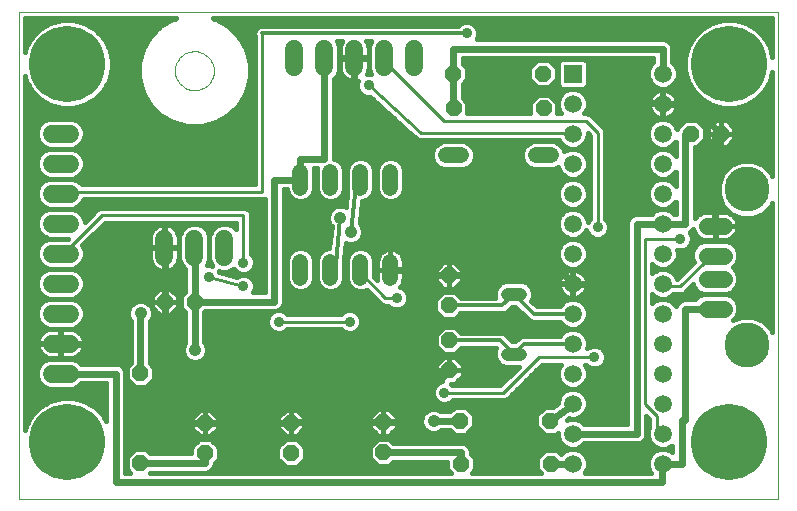
<source format=gbl>
G75*
%MOIN*%
%OFA0B0*%
%FSLAX24Y24*%
%IPPOS*%
%LPD*%
%AMOC8*
5,1,8,0,0,1.08239X$1,22.5*
%
%ADD10C,0.0000*%
%ADD11R,0.0590X0.0590*%
%ADD12C,0.0590*%
%ADD13C,0.0600*%
%ADD14C,0.0574*%
%ADD15C,0.1500*%
%ADD16OC8,0.0520*%
%ADD17C,0.0520*%
%ADD18C,0.0440*%
%ADD19C,0.0240*%
%ADD20C,0.0160*%
%ADD21C,0.0413*%
%ADD22C,0.0120*%
%ADD23C,0.0100*%
%ADD24C,0.0360*%
%ADD25C,0.2540*%
D10*
X000101Y000101D02*
X000101Y016322D01*
X025416Y016322D01*
X025416Y000101D01*
X000101Y000101D01*
X005298Y014371D02*
X005300Y014421D01*
X005306Y014471D01*
X005316Y014521D01*
X005329Y014569D01*
X005346Y014617D01*
X005367Y014663D01*
X005391Y014707D01*
X005419Y014749D01*
X005450Y014789D01*
X005484Y014826D01*
X005521Y014861D01*
X005560Y014892D01*
X005601Y014921D01*
X005645Y014946D01*
X005691Y014968D01*
X005738Y014986D01*
X005786Y015000D01*
X005835Y015011D01*
X005885Y015018D01*
X005935Y015021D01*
X005986Y015020D01*
X006036Y015015D01*
X006086Y015006D01*
X006134Y014994D01*
X006182Y014977D01*
X006228Y014957D01*
X006273Y014934D01*
X006316Y014907D01*
X006356Y014877D01*
X006394Y014844D01*
X006429Y014808D01*
X006462Y014769D01*
X006491Y014728D01*
X006517Y014685D01*
X006540Y014640D01*
X006559Y014593D01*
X006574Y014545D01*
X006586Y014496D01*
X006594Y014446D01*
X006598Y014396D01*
X006598Y014346D01*
X006594Y014296D01*
X006586Y014246D01*
X006574Y014197D01*
X006559Y014149D01*
X006540Y014102D01*
X006517Y014057D01*
X006491Y014014D01*
X006462Y013973D01*
X006429Y013934D01*
X006394Y013898D01*
X006356Y013865D01*
X006316Y013835D01*
X006273Y013808D01*
X006228Y013785D01*
X006182Y013765D01*
X006134Y013748D01*
X006086Y013736D01*
X006036Y013727D01*
X005986Y013722D01*
X005935Y013721D01*
X005885Y013724D01*
X005835Y013731D01*
X005786Y013742D01*
X005738Y013756D01*
X005691Y013774D01*
X005645Y013796D01*
X005601Y013821D01*
X005560Y013850D01*
X005521Y013881D01*
X005484Y013916D01*
X005450Y013953D01*
X005419Y013993D01*
X005391Y014035D01*
X005367Y014079D01*
X005346Y014125D01*
X005329Y014173D01*
X005316Y014221D01*
X005306Y014271D01*
X005300Y014321D01*
X005298Y014371D01*
D11*
X018562Y014271D03*
D12*
X018562Y013271D03*
X018562Y012271D03*
X018562Y011271D03*
X018562Y010271D03*
X018562Y009271D03*
X018562Y008271D03*
X018562Y007271D03*
X018562Y006271D03*
X018562Y005271D03*
X018562Y004271D03*
X018562Y003271D03*
X018562Y002271D03*
X018562Y001271D03*
X021562Y001271D03*
X021562Y002271D03*
X021562Y003271D03*
X021562Y004271D03*
X021562Y005271D03*
X021562Y006271D03*
X021562Y007271D03*
X021562Y008271D03*
X021562Y009271D03*
X021562Y010271D03*
X021562Y011271D03*
X021562Y012271D03*
X021562Y013271D03*
X021562Y014271D03*
D13*
X013278Y014494D02*
X013278Y015094D01*
X012278Y015094D02*
X012278Y014494D01*
X011278Y014494D02*
X011278Y015094D01*
X010278Y015094D02*
X010278Y014494D01*
X009278Y014494D02*
X009278Y015094D01*
X001791Y012278D02*
X001191Y012278D01*
X001191Y011278D02*
X001791Y011278D01*
X001791Y010278D02*
X001191Y010278D01*
X001191Y009278D02*
X001791Y009278D01*
X001791Y008278D02*
X001191Y008278D01*
X001191Y007278D02*
X001791Y007278D01*
X001791Y006278D02*
X001191Y006278D01*
X001191Y005278D02*
X001791Y005278D01*
X001791Y004278D02*
X001191Y004278D01*
X004948Y008171D02*
X004948Y008771D01*
X005948Y008771D02*
X005948Y008171D01*
X006948Y008171D02*
X006948Y008771D01*
D14*
X023019Y009196D02*
X023593Y009196D01*
X023593Y008211D02*
X023019Y008211D01*
X023019Y007424D02*
X023593Y007424D01*
X023593Y006440D02*
X023019Y006440D01*
D15*
X024373Y005219D03*
X024373Y010416D03*
D16*
X023507Y012278D03*
X022507Y012278D03*
X017589Y013117D03*
X017570Y014274D03*
X014570Y014274D03*
X014589Y013117D03*
X014428Y007546D03*
X014428Y006546D03*
X014448Y005385D03*
X014448Y004385D03*
X014810Y002704D03*
X014837Y001271D03*
X012247Y001649D03*
X012247Y002649D03*
X009176Y002633D03*
X009176Y001633D03*
X006302Y001625D03*
X006302Y002625D03*
X004145Y001294D03*
X004145Y004294D03*
X004960Y006664D03*
X005960Y006664D03*
X017810Y002704D03*
X017837Y001271D03*
D17*
X012483Y007475D02*
X012483Y007995D01*
X011483Y007995D02*
X011483Y007475D01*
X010483Y007475D02*
X010483Y007995D01*
X009483Y007995D02*
X009483Y007475D01*
X009483Y010475D02*
X009483Y010995D01*
X010483Y010995D02*
X010483Y010475D01*
X011483Y010475D02*
X011483Y010995D01*
X012483Y010995D02*
X012483Y010475D01*
X014322Y011554D02*
X014842Y011554D01*
X017322Y011554D02*
X017842Y011554D01*
D18*
X016817Y006928D02*
X016377Y006928D01*
X016377Y004928D02*
X016817Y004928D01*
D19*
X014448Y004385D02*
X014188Y004125D01*
X013920Y004393D01*
X013881Y004393D01*
X013881Y007546D01*
X013692Y007735D01*
X013133Y007735D01*
X013133Y011479D01*
X011282Y011479D01*
X011282Y014794D01*
X011278Y014794D01*
X010278Y014794D02*
X010278Y011440D01*
X009483Y011440D01*
X009483Y010735D01*
X008605Y010735D01*
X008605Y006676D01*
X005960Y006676D01*
X005960Y006664D01*
X005960Y005062D01*
X005967Y005062D01*
X004145Y004294D02*
X004145Y006282D01*
X004156Y006282D01*
X004960Y006664D02*
X004960Y002625D01*
X006302Y002625D01*
X006302Y002633D01*
X009176Y002633D01*
X009176Y002649D01*
X012247Y002649D01*
X012711Y002649D01*
X014188Y004125D01*
X013920Y002704D02*
X013920Y002700D01*
X013920Y002704D02*
X014810Y002704D01*
X014837Y001649D02*
X014837Y001271D01*
X014837Y001649D02*
X012247Y001649D01*
X017837Y001271D02*
X018562Y001271D01*
X018562Y002267D02*
X018562Y002271D01*
X018562Y002267D02*
X020692Y002267D01*
X020692Y009271D01*
X021562Y009271D01*
X021562Y009274D01*
X022306Y009274D01*
X022306Y012278D01*
X022507Y012278D01*
X023306Y012278D02*
X023306Y009196D01*
X020180Y007271D02*
X020180Y013290D01*
X021562Y013290D01*
X021562Y013271D01*
X022515Y013271D01*
X023507Y012278D01*
X023306Y012278D01*
X021562Y014271D02*
X021562Y015101D01*
X014570Y015101D01*
X014570Y014274D01*
X014570Y013137D01*
X014589Y013117D01*
X005960Y008471D02*
X005960Y006664D01*
X004960Y006664D02*
X004960Y007188D01*
X002975Y007188D01*
X002975Y005278D01*
X001491Y005278D01*
X001491Y004278D02*
X003330Y004278D01*
X003330Y000652D01*
X021519Y000652D01*
X021519Y001271D01*
X021562Y001271D01*
X022188Y001271D01*
X022188Y002739D01*
X022306Y002739D01*
X022306Y006440D01*
X023306Y006440D01*
X020180Y007271D02*
X018562Y007271D01*
X018286Y007546D01*
X014428Y007546D01*
X013881Y007546D01*
X013133Y007735D02*
X012483Y007735D01*
X005960Y008471D02*
X005948Y008471D01*
X004960Y008471D02*
X004960Y007188D01*
X004948Y008471D02*
X004960Y008471D01*
X006302Y001625D02*
X006302Y001294D01*
X004145Y001294D01*
X017810Y002704D02*
X018562Y003271D01*
D20*
X019057Y003271D02*
X020372Y003271D01*
X020372Y003113D02*
X019032Y003113D01*
X019057Y003172D02*
X018982Y002990D01*
X018842Y002851D01*
X018660Y002776D01*
X018463Y002776D01*
X018446Y002783D01*
X018375Y002729D01*
X018463Y002766D01*
X018660Y002766D01*
X018842Y002690D01*
X018946Y002587D01*
X020372Y002587D01*
X020372Y009334D01*
X020421Y009452D01*
X020511Y009542D01*
X020628Y009591D01*
X021182Y009591D01*
X021281Y009690D01*
X021463Y009766D01*
X021660Y009766D01*
X021842Y009690D01*
X021938Y009594D01*
X021986Y009594D01*
X021986Y010001D01*
X021982Y009990D01*
X021842Y009851D01*
X021660Y009776D01*
X021463Y009776D01*
X021281Y009851D01*
X021142Y009990D01*
X021067Y010172D01*
X021067Y010369D01*
X021142Y010551D01*
X021281Y010690D01*
X021463Y010766D01*
X021660Y010766D01*
X021842Y010690D01*
X021982Y010551D01*
X021986Y010540D01*
X021986Y011001D01*
X021982Y010990D01*
X021842Y010851D01*
X021660Y010776D01*
X021463Y010776D01*
X021281Y010851D01*
X021142Y010990D01*
X021067Y011172D01*
X021067Y011369D01*
X021142Y011551D01*
X021281Y011690D01*
X021463Y011766D01*
X021660Y011766D01*
X021842Y011690D01*
X021982Y011551D01*
X021986Y011540D01*
X021986Y012001D01*
X021982Y011990D01*
X021842Y011851D01*
X021660Y011776D01*
X021463Y011776D01*
X021281Y011851D01*
X021142Y011990D01*
X021067Y012172D01*
X021067Y012369D01*
X021142Y012551D01*
X021281Y012690D01*
X021463Y012766D01*
X021660Y012766D01*
X021842Y012690D01*
X021982Y012551D01*
X022027Y012441D01*
X022035Y012460D01*
X022125Y012550D01*
X022129Y012552D01*
X022316Y012738D01*
X022697Y012738D01*
X022967Y012469D01*
X022967Y012088D01*
X022697Y011818D01*
X022626Y011818D01*
X022626Y009449D01*
X022663Y009500D01*
X022715Y009552D01*
X022774Y009595D01*
X022840Y009629D01*
X022910Y009651D01*
X022982Y009663D01*
X023292Y009663D01*
X023292Y009209D01*
X023319Y009209D01*
X023319Y009663D01*
X023630Y009663D01*
X023702Y009651D01*
X023772Y009629D01*
X023838Y009595D01*
X023897Y009552D01*
X023949Y009500D01*
X023992Y009441D01*
X024026Y009375D01*
X024048Y009305D01*
X024060Y009233D01*
X024060Y009209D01*
X023319Y009209D01*
X023319Y009182D01*
X023319Y008729D01*
X023630Y008729D01*
X023702Y008740D01*
X023772Y008763D01*
X023838Y008796D01*
X023897Y008840D01*
X023949Y008892D01*
X023992Y008951D01*
X024026Y009016D01*
X024048Y009086D01*
X024060Y009159D01*
X024060Y009182D01*
X023319Y009182D01*
X023292Y009182D01*
X023292Y008729D01*
X022982Y008729D01*
X022910Y008740D01*
X022840Y008763D01*
X022774Y008796D01*
X022715Y008840D01*
X022663Y008892D01*
X022620Y008951D01*
X022586Y009016D01*
X022565Y009081D01*
X022487Y009003D01*
X022458Y008991D01*
X022471Y008978D01*
X022529Y008838D01*
X022529Y008687D01*
X022471Y008547D01*
X022364Y008441D01*
X022224Y008383D01*
X022073Y008383D01*
X022047Y008394D01*
X022057Y008369D01*
X022057Y008172D01*
X021982Y007990D01*
X021842Y007851D01*
X021660Y007776D01*
X021463Y007776D01*
X021281Y007851D01*
X021217Y007915D01*
X021217Y007626D01*
X021281Y007690D01*
X021463Y007766D01*
X021660Y007766D01*
X021842Y007690D01*
X021982Y007551D01*
X022158Y007551D01*
X022045Y007438D02*
X022028Y007438D01*
X021982Y007551D01*
X022045Y007438D02*
X022588Y007980D01*
X022532Y008115D01*
X022532Y008308D01*
X022606Y008487D01*
X022743Y008624D01*
X022922Y008699D01*
X023690Y008699D01*
X023869Y008624D01*
X024006Y008487D01*
X024080Y008308D01*
X024080Y008115D01*
X024006Y007936D01*
X023888Y007818D01*
X024006Y007700D01*
X024080Y007521D01*
X024080Y007327D01*
X024006Y007148D01*
X023869Y007011D01*
X023690Y006937D01*
X022922Y006937D01*
X022743Y007011D01*
X022606Y007148D01*
X022564Y007250D01*
X022360Y007046D01*
X022290Y006976D01*
X022198Y006938D01*
X021929Y006938D01*
X021842Y006851D01*
X021660Y006776D01*
X021463Y006776D01*
X021281Y006851D01*
X021217Y006915D01*
X021217Y006626D01*
X021281Y006690D01*
X021463Y006766D01*
X021660Y006766D01*
X021842Y006690D01*
X021982Y006551D01*
X021994Y006522D01*
X022035Y006621D01*
X022125Y006711D01*
X022242Y006760D01*
X022650Y006760D01*
X022743Y006853D01*
X022922Y006927D01*
X023690Y006927D01*
X023869Y006853D01*
X024006Y006716D01*
X024080Y006537D01*
X024080Y006343D01*
X024006Y006164D01*
X023889Y006047D01*
X024184Y006169D01*
X024562Y006169D01*
X024911Y006025D01*
X025178Y005758D01*
X025216Y005666D01*
X025216Y009970D01*
X025178Y009878D01*
X024911Y009611D01*
X024562Y009466D01*
X024184Y009466D01*
X023835Y009611D01*
X023568Y009878D01*
X023423Y010227D01*
X023423Y010605D01*
X023568Y010954D01*
X023835Y011222D01*
X024184Y011366D01*
X024562Y011366D01*
X024911Y011222D01*
X025178Y010954D01*
X025216Y010863D01*
X025216Y014335D01*
X025132Y014022D01*
X024939Y013687D01*
X024665Y013413D01*
X024330Y013220D01*
X023956Y013119D01*
X023569Y013119D01*
X023195Y013220D01*
X022860Y013413D01*
X022586Y013687D01*
X022393Y014022D01*
X022293Y014396D01*
X022293Y014783D01*
X022393Y015157D01*
X022586Y015492D01*
X022860Y015766D01*
X023195Y015959D01*
X023569Y016059D01*
X023956Y016059D01*
X024330Y015959D01*
X024665Y015766D01*
X024939Y015492D01*
X025132Y015157D01*
X025216Y014844D01*
X025216Y016122D01*
X006563Y016122D01*
X006662Y016095D01*
X007084Y015852D01*
X007428Y015507D01*
X007672Y015085D01*
X007798Y014615D01*
X007798Y014128D01*
X007672Y013657D01*
X007428Y013235D01*
X007084Y012891D01*
X006662Y012647D01*
X006191Y012521D01*
X005704Y012521D01*
X005234Y012647D01*
X004812Y012891D01*
X004467Y013235D01*
X004224Y013657D01*
X004098Y014128D01*
X004098Y014615D01*
X004224Y015085D01*
X004467Y015507D01*
X004812Y015852D01*
X005234Y016095D01*
X005332Y016122D01*
X000301Y016122D01*
X000301Y014991D01*
X000346Y015157D01*
X000539Y015492D01*
X000813Y015766D01*
X001148Y015959D01*
X001522Y016059D01*
X001909Y016059D01*
X002283Y015959D01*
X002618Y015766D01*
X002892Y015492D01*
X003085Y015157D01*
X003185Y014783D01*
X003185Y014396D01*
X003085Y014022D01*
X002892Y013687D01*
X002618Y013413D01*
X002283Y013220D01*
X001909Y013119D01*
X001522Y013119D01*
X001148Y013220D01*
X000813Y013413D01*
X000539Y013687D01*
X000346Y014022D01*
X000301Y014188D01*
X000301Y002393D01*
X000346Y002558D01*
X000539Y002894D01*
X000813Y003167D01*
X001148Y003361D01*
X001522Y003461D01*
X001909Y003461D01*
X002283Y003361D01*
X002618Y003167D01*
X002892Y002894D01*
X003010Y002689D01*
X003010Y003958D01*
X002178Y003958D01*
X002074Y003855D01*
X001890Y003778D01*
X001092Y003778D01*
X000908Y003855D01*
X000767Y003995D01*
X000691Y004179D01*
X000691Y004378D01*
X000767Y004562D01*
X000908Y004702D01*
X001092Y004778D01*
X001890Y004778D01*
X002074Y004702D01*
X002178Y004598D01*
X003393Y004598D01*
X003511Y004550D01*
X003601Y004460D01*
X003650Y004342D01*
X003650Y000972D01*
X003816Y000972D01*
X003685Y001104D01*
X003685Y001485D01*
X003954Y001754D01*
X004335Y001754D01*
X004475Y001614D01*
X005842Y001614D01*
X005842Y001815D01*
X006112Y002085D01*
X006493Y002085D01*
X006762Y001815D01*
X006762Y001434D01*
X006622Y001294D01*
X006622Y001231D01*
X006573Y001113D01*
X006483Y001023D01*
X006366Y000974D01*
X004475Y000974D01*
X004473Y000972D01*
X014485Y000972D01*
X014377Y001080D01*
X014377Y001329D01*
X012577Y001329D01*
X012437Y001189D01*
X012056Y001189D01*
X011787Y001458D01*
X011787Y001839D01*
X012056Y002109D01*
X012437Y002109D01*
X012577Y001969D01*
X014901Y001969D01*
X015019Y001920D01*
X015109Y001830D01*
X015157Y001712D01*
X015157Y001601D01*
X015297Y001461D01*
X015297Y001080D01*
X015190Y000972D01*
X017485Y000972D01*
X017377Y001080D01*
X017377Y001461D01*
X017647Y001731D01*
X018028Y001731D01*
X018168Y001591D01*
X018182Y001591D01*
X018281Y001690D01*
X018463Y001766D01*
X018660Y001766D01*
X018842Y001690D01*
X018982Y001551D01*
X019057Y001369D01*
X019057Y001172D01*
X018982Y000990D01*
X018964Y000972D01*
X021160Y000972D01*
X021142Y000990D01*
X021067Y001172D01*
X021067Y001369D01*
X021142Y001551D01*
X021281Y001690D01*
X021463Y001766D01*
X021660Y001766D01*
X021842Y001690D01*
X021868Y001665D01*
X021868Y001877D01*
X021842Y001851D01*
X021660Y001776D01*
X021463Y001776D01*
X021281Y001851D01*
X021142Y001990D01*
X021067Y002172D01*
X021067Y002369D01*
X021111Y002475D01*
X021110Y002508D01*
X021111Y002511D01*
X021111Y002754D01*
X021012Y002853D01*
X021012Y002203D01*
X020963Y002085D01*
X020873Y001995D01*
X020755Y001947D01*
X018938Y001947D01*
X018842Y001851D01*
X018660Y001776D01*
X018463Y001776D01*
X018281Y001851D01*
X018142Y001990D01*
X018067Y002172D01*
X018067Y002310D01*
X018000Y002244D01*
X017619Y002244D01*
X017350Y002513D01*
X017350Y002894D01*
X017619Y003164D01*
X017889Y003164D01*
X018067Y003298D01*
X018067Y003369D01*
X018142Y003551D01*
X018281Y003690D01*
X018463Y003766D01*
X018660Y003766D01*
X018842Y003690D01*
X018982Y003551D01*
X019057Y003369D01*
X019057Y003172D01*
X019032Y003430D02*
X020372Y003430D01*
X020372Y003588D02*
X018944Y003588D01*
X018842Y003851D02*
X018660Y003776D01*
X018463Y003776D01*
X018281Y003851D01*
X018142Y003990D01*
X018067Y004172D01*
X018067Y004369D01*
X018142Y004551D01*
X018167Y004576D01*
X017528Y004576D01*
X016455Y003503D01*
X016385Y003433D01*
X016293Y003395D01*
X014562Y003395D01*
X014490Y003322D01*
X014350Y003265D01*
X014199Y003265D01*
X014059Y003322D01*
X013952Y003429D01*
X013894Y003569D01*
X013894Y003720D01*
X013952Y003860D01*
X014059Y003967D01*
X014190Y004021D01*
X014008Y004202D01*
X014008Y004385D01*
X014448Y004385D01*
X014448Y004385D01*
X014448Y004825D01*
X014630Y004825D01*
X014888Y004567D01*
X014888Y004385D01*
X014448Y004385D01*
X014448Y004385D01*
X014448Y004825D01*
X014265Y004825D01*
X014008Y004567D01*
X014008Y004385D01*
X014448Y004385D01*
X014888Y004385D01*
X014888Y004202D01*
X014630Y003945D01*
X014512Y003945D01*
X014562Y003895D01*
X016139Y003895D01*
X016753Y004508D01*
X016294Y004508D01*
X016139Y004572D01*
X016021Y004690D01*
X015957Y004844D01*
X015957Y005012D01*
X016004Y005125D01*
X014838Y005125D01*
X014638Y004925D01*
X014257Y004925D01*
X013988Y005194D01*
X013988Y005575D01*
X014257Y005845D01*
X014638Y005845D01*
X014838Y005645D01*
X016192Y005645D01*
X016288Y005605D01*
X016545Y005348D01*
X016650Y005348D01*
X016793Y005491D01*
X016888Y005531D01*
X018134Y005531D01*
X018142Y005551D01*
X018281Y005690D01*
X018463Y005766D01*
X018660Y005766D01*
X018842Y005690D01*
X018982Y005551D01*
X019057Y005369D01*
X019057Y005172D01*
X019038Y005127D01*
X019059Y005148D01*
X019199Y005206D01*
X019350Y005206D01*
X019490Y005148D01*
X019597Y005041D01*
X019654Y004901D01*
X019654Y004750D01*
X019597Y004610D01*
X019490Y004504D01*
X019350Y004446D01*
X019199Y004446D01*
X019059Y004504D01*
X018987Y004576D01*
X018957Y004576D01*
X018982Y004551D01*
X019057Y004369D01*
X019057Y004172D01*
X018982Y003990D01*
X018842Y003851D01*
X018897Y003905D02*
X020372Y003905D01*
X020372Y003747D02*
X018706Y003747D01*
X018418Y003747D02*
X016699Y003747D01*
X016857Y003905D02*
X018227Y003905D01*
X018112Y004064D02*
X017016Y004064D01*
X017174Y004222D02*
X018067Y004222D01*
X018072Y004381D02*
X017333Y004381D01*
X017491Y004539D02*
X018137Y004539D01*
X018986Y004539D02*
X019023Y004539D01*
X019052Y004381D02*
X020372Y004381D01*
X020372Y004539D02*
X019525Y004539D01*
X019633Y004698D02*
X020372Y004698D01*
X020372Y004856D02*
X019654Y004856D01*
X019607Y005015D02*
X020372Y005015D01*
X020372Y005173D02*
X019428Y005173D01*
X019121Y005173D02*
X019057Y005173D01*
X019057Y005332D02*
X020372Y005332D01*
X020372Y005490D02*
X019007Y005490D01*
X018884Y005649D02*
X020372Y005649D01*
X020372Y005807D02*
X018737Y005807D01*
X018660Y005776D02*
X018463Y005776D01*
X018281Y005851D01*
X018142Y005990D01*
X018134Y006011D01*
X017203Y006011D01*
X017108Y006050D01*
X016650Y006508D01*
X016545Y006508D01*
X016363Y006326D01*
X016267Y006286D01*
X014819Y006286D01*
X014619Y006086D01*
X014237Y006086D01*
X013968Y006356D01*
X013968Y006737D01*
X014237Y007006D01*
X014619Y007006D01*
X014819Y006806D01*
X015973Y006806D01*
X015957Y006844D01*
X015957Y007012D01*
X016021Y007166D01*
X016139Y007284D01*
X016294Y007348D01*
X016901Y007348D01*
X017055Y007284D01*
X017173Y007166D01*
X017237Y007012D01*
X017237Y006844D01*
X017182Y006711D01*
X017362Y006531D01*
X018134Y006531D01*
X018142Y006551D01*
X018281Y006690D01*
X018463Y006766D01*
X018660Y006766D01*
X018842Y006690D01*
X018982Y006551D01*
X019057Y006369D01*
X019057Y006172D01*
X018982Y005990D01*
X018842Y005851D01*
X018660Y005776D01*
X018387Y005807D02*
X014676Y005807D01*
X014834Y005649D02*
X018240Y005649D01*
X018167Y005966D02*
X011505Y005966D01*
X011505Y005931D02*
X011505Y006082D01*
X011447Y006222D01*
X011340Y006329D01*
X011200Y006387D01*
X011049Y006387D01*
X010910Y006329D01*
X010837Y006257D01*
X009050Y006257D01*
X008978Y006329D01*
X008838Y006387D01*
X008743Y006387D01*
X008786Y006405D01*
X008876Y006495D01*
X008925Y006612D01*
X008925Y010415D01*
X009023Y010415D01*
X009023Y010384D01*
X009093Y010215D01*
X009223Y010085D01*
X009392Y010015D01*
X009575Y010015D01*
X009744Y010085D01*
X009873Y010215D01*
X009943Y010384D01*
X009943Y011087D01*
X009929Y011120D01*
X010037Y011120D01*
X010023Y011087D01*
X010023Y010384D01*
X010093Y010215D01*
X010223Y010085D01*
X010392Y010015D01*
X010575Y010015D01*
X010744Y010085D01*
X010873Y010215D01*
X010943Y010384D01*
X010943Y011087D01*
X010873Y011256D01*
X010744Y011385D01*
X010598Y011445D01*
X010598Y014107D01*
X010702Y014211D01*
X010778Y014395D01*
X010778Y015194D01*
X010712Y015353D01*
X010873Y015353D01*
X010868Y015346D01*
X010834Y015278D01*
X010810Y015207D01*
X010798Y015132D01*
X010798Y014814D01*
X011258Y014814D01*
X011258Y014774D01*
X010798Y014774D01*
X010798Y014456D01*
X010810Y014382D01*
X010834Y014310D01*
X010868Y014243D01*
X010912Y014181D01*
X010966Y014128D01*
X011027Y014084D01*
X011094Y014049D01*
X011166Y014026D01*
X011241Y014014D01*
X011258Y014014D01*
X011258Y014774D01*
X011298Y014774D01*
X011298Y014014D01*
X011316Y014014D01*
X011391Y014026D01*
X011406Y014031D01*
X011375Y013956D01*
X011375Y013805D01*
X011433Y013666D01*
X011540Y013559D01*
X011679Y013501D01*
X011801Y013501D01*
X013315Y012125D01*
X013345Y012094D01*
X013351Y012092D01*
X013356Y012088D01*
X013397Y012073D01*
X013437Y012056D01*
X013444Y012056D01*
X013449Y012054D01*
X013493Y012056D01*
X018115Y012056D01*
X018142Y011990D01*
X018281Y011851D01*
X018463Y011776D01*
X018660Y011776D01*
X018842Y011851D01*
X018982Y011990D01*
X019057Y012172D01*
X019057Y012288D01*
X019143Y012202D01*
X019143Y009444D01*
X019070Y009372D01*
X019057Y009339D01*
X019057Y009369D01*
X018982Y009551D01*
X018842Y009690D01*
X018660Y009766D01*
X018463Y009766D01*
X018281Y009690D01*
X018142Y009551D01*
X018067Y009369D01*
X018067Y009172D01*
X018142Y008990D01*
X018281Y008851D01*
X018463Y008776D01*
X018660Y008776D01*
X018842Y008851D01*
X018982Y008990D01*
X019016Y009073D01*
X019070Y008941D01*
X019177Y008834D01*
X019317Y008776D01*
X019468Y008776D01*
X019608Y008834D01*
X019715Y008941D01*
X019773Y009081D01*
X019773Y009232D01*
X019715Y009372D01*
X019643Y009444D01*
X019643Y012356D01*
X019605Y012448D01*
X019534Y012518D01*
X019141Y012912D01*
X019049Y012950D01*
X018941Y012950D01*
X018982Y012990D01*
X019057Y013172D01*
X019057Y013369D01*
X018982Y013551D01*
X018842Y013690D01*
X018660Y013766D01*
X018463Y013766D01*
X018281Y013690D01*
X018142Y013551D01*
X018067Y013369D01*
X018067Y013172D01*
X018142Y012990D01*
X018183Y012950D01*
X018049Y012950D01*
X018049Y013308D01*
X017780Y013577D01*
X017399Y013577D01*
X017129Y013308D01*
X017129Y012950D01*
X015049Y012950D01*
X015049Y013308D01*
X014890Y013467D01*
X014890Y013944D01*
X015030Y014084D01*
X015030Y014465D01*
X014890Y014605D01*
X014890Y014781D01*
X021242Y014781D01*
X021242Y014651D01*
X021142Y014551D01*
X021067Y014369D01*
X021067Y014172D01*
X021142Y013990D01*
X021281Y013851D01*
X021463Y013776D01*
X021660Y013776D01*
X021842Y013851D01*
X021982Y013990D01*
X022057Y014172D01*
X022057Y014369D01*
X021982Y014551D01*
X021882Y014651D01*
X021882Y015165D01*
X021833Y015283D01*
X021743Y015373D01*
X021626Y015421D01*
X015354Y015421D01*
X015403Y015537D01*
X015403Y015689D01*
X015345Y015828D01*
X015238Y015935D01*
X015098Y015993D01*
X014947Y015993D01*
X014807Y015935D01*
X014745Y015873D01*
X008160Y015873D01*
X008064Y015833D01*
X007991Y015760D01*
X007951Y015665D01*
X007951Y015561D01*
X007961Y015537D01*
X007961Y010587D01*
X002189Y010587D01*
X002074Y010702D01*
X001890Y010778D01*
X001092Y010778D01*
X000908Y010702D01*
X000767Y010562D01*
X000691Y010378D01*
X000691Y010179D01*
X000767Y009995D01*
X000908Y009855D01*
X001092Y009778D01*
X000908Y009702D01*
X000767Y009562D01*
X000691Y009378D01*
X000691Y009179D01*
X000767Y008995D01*
X000908Y008855D01*
X001092Y008778D01*
X000908Y008702D01*
X000767Y008562D01*
X000691Y008378D01*
X000691Y008179D01*
X000767Y007995D01*
X000908Y007855D01*
X001092Y007778D01*
X000908Y007702D01*
X000767Y007562D01*
X000691Y007378D01*
X000691Y007179D01*
X000767Y006995D01*
X000908Y006855D01*
X001092Y006778D01*
X000908Y006702D01*
X000767Y006562D01*
X000691Y006378D01*
X000691Y006179D01*
X000767Y005995D01*
X000908Y005855D01*
X001092Y005778D01*
X001890Y005778D01*
X002074Y005855D01*
X002215Y005995D01*
X002291Y006179D01*
X002291Y006378D01*
X002215Y006562D01*
X002074Y006702D01*
X001890Y006778D01*
X001092Y006778D01*
X001890Y006778D01*
X002074Y006855D01*
X002215Y006995D01*
X002291Y007179D01*
X002291Y007378D01*
X002215Y007562D01*
X002074Y007702D01*
X001890Y007778D01*
X001092Y007778D01*
X001890Y007778D01*
X002074Y007855D01*
X002215Y007995D01*
X002291Y008179D01*
X002291Y008378D01*
X002217Y008556D01*
X002961Y009300D01*
X007332Y009300D01*
X007332Y009095D01*
X007231Y009195D01*
X007047Y009271D01*
X006848Y009271D01*
X006664Y009195D01*
X006524Y009055D01*
X006448Y008871D01*
X006448Y008072D01*
X006524Y007888D01*
X006539Y007873D01*
X006515Y007883D01*
X006366Y007883D01*
X006372Y007888D01*
X006448Y008072D01*
X006448Y008871D01*
X006372Y009055D01*
X006231Y009195D01*
X006047Y009271D01*
X005848Y009271D01*
X005664Y009195D01*
X005524Y009055D01*
X005448Y008871D01*
X005448Y008072D01*
X005524Y007888D01*
X005640Y007772D01*
X005640Y006995D01*
X005500Y006855D01*
X005500Y006474D01*
X005640Y006334D01*
X005640Y005309D01*
X005623Y005292D01*
X005561Y005143D01*
X005561Y004981D01*
X005623Y004832D01*
X005737Y004717D01*
X005887Y004655D01*
X006048Y004655D01*
X006198Y004717D01*
X006312Y004832D01*
X006374Y004981D01*
X006374Y005143D01*
X006312Y005292D01*
X006280Y005325D01*
X006280Y006334D01*
X006302Y006356D01*
X008613Y006356D01*
X008547Y006329D01*
X008441Y006222D01*
X008383Y006082D01*
X008383Y005931D01*
X008441Y005792D01*
X008547Y005685D01*
X008687Y005627D01*
X008838Y005627D01*
X008978Y005685D01*
X009050Y005757D01*
X010837Y005757D01*
X010910Y005685D01*
X011049Y005627D01*
X011200Y005627D01*
X011340Y005685D01*
X011447Y005792D01*
X011505Y005931D01*
X011454Y005807D02*
X014220Y005807D01*
X014061Y005649D02*
X011254Y005649D01*
X010996Y005649D02*
X008891Y005649D01*
X008634Y005649D02*
X006280Y005649D01*
X006280Y005807D02*
X008434Y005807D01*
X008383Y005966D02*
X006280Y005966D01*
X006280Y006124D02*
X008400Y006124D01*
X008501Y006283D02*
X006280Y006283D01*
X005640Y006283D02*
X005200Y006283D01*
X005142Y006224D02*
X004960Y006224D01*
X004960Y006664D01*
X004960Y006664D01*
X005400Y006664D01*
X005400Y006482D01*
X005142Y006224D01*
X004960Y006224D02*
X004960Y006664D01*
X004960Y006664D01*
X005400Y006664D01*
X005400Y006847D01*
X005142Y007104D01*
X004960Y007104D01*
X004960Y006664D01*
X004960Y006664D01*
X004520Y006664D01*
X004520Y006482D01*
X004777Y006224D01*
X004960Y006224D01*
X004960Y006283D02*
X004960Y006283D01*
X004960Y006441D02*
X004960Y006441D01*
X004960Y006600D02*
X004960Y006600D01*
X004960Y006664D02*
X004960Y006664D01*
X004960Y007104D01*
X004777Y007104D01*
X004520Y006847D01*
X004520Y006664D01*
X004960Y006664D01*
X004960Y006758D02*
X004960Y006758D01*
X004960Y006917D02*
X004960Y006917D01*
X004960Y007075D02*
X004960Y007075D01*
X005171Y007075D02*
X005640Y007075D01*
X005640Y007234D02*
X002291Y007234D01*
X002285Y007392D02*
X005640Y007392D01*
X005640Y007551D02*
X002219Y007551D01*
X002057Y007709D02*
X004816Y007709D01*
X004835Y007703D02*
X004910Y007691D01*
X004928Y007691D01*
X004928Y008451D01*
X004968Y008451D01*
X004968Y008491D01*
X005428Y008491D01*
X005428Y008809D01*
X005416Y008884D01*
X005393Y008956D01*
X005358Y009023D01*
X005314Y009084D01*
X005260Y009137D01*
X005199Y009182D01*
X005132Y009216D01*
X005060Y009240D01*
X004985Y009251D01*
X004968Y009251D01*
X004968Y008491D01*
X004928Y008491D01*
X004928Y008451D01*
X004468Y008451D01*
X004468Y008134D01*
X004480Y008059D01*
X004503Y007987D01*
X004537Y007920D01*
X004582Y007859D01*
X004635Y007805D01*
X004696Y007761D01*
X004763Y007727D01*
X004835Y007703D01*
X004928Y007709D02*
X004968Y007709D01*
X004968Y007691D02*
X004985Y007691D01*
X005060Y007703D01*
X005132Y007727D01*
X005199Y007761D01*
X005260Y007805D01*
X005314Y007859D01*
X005358Y007920D01*
X005393Y007987D01*
X005416Y008059D01*
X005428Y008134D01*
X005428Y008451D01*
X004968Y008451D01*
X004968Y007691D01*
X005079Y007709D02*
X005640Y007709D01*
X005544Y007868D02*
X005320Y007868D01*
X005405Y008026D02*
X005467Y008026D01*
X005448Y008185D02*
X005428Y008185D01*
X005428Y008343D02*
X005448Y008343D01*
X005448Y008502D02*
X005428Y008502D01*
X005428Y008660D02*
X005448Y008660D01*
X005448Y008819D02*
X005426Y008819D01*
X005382Y008977D02*
X005492Y008977D01*
X005605Y009136D02*
X005262Y009136D01*
X004968Y009136D02*
X004928Y009136D01*
X004928Y009251D02*
X004910Y009251D01*
X004835Y009240D01*
X004763Y009216D01*
X004696Y009182D01*
X004635Y009137D01*
X004582Y009084D01*
X004537Y009023D01*
X004503Y008956D01*
X004480Y008884D01*
X004468Y008809D01*
X004468Y008491D01*
X004928Y008491D01*
X004928Y009251D01*
X004633Y009136D02*
X002796Y009136D01*
X002638Y008977D02*
X004514Y008977D01*
X004469Y008819D02*
X002479Y008819D01*
X002321Y008660D02*
X004468Y008660D01*
X004468Y008502D02*
X002240Y008502D01*
X002291Y008343D02*
X004468Y008343D01*
X004468Y008185D02*
X002291Y008185D01*
X002228Y008026D02*
X004490Y008026D01*
X004575Y007868D02*
X002087Y007868D01*
X000925Y007709D02*
X000301Y007709D01*
X000301Y007551D02*
X000763Y007551D01*
X000697Y007392D02*
X000301Y007392D01*
X000301Y007234D02*
X000691Y007234D01*
X000734Y007075D02*
X000301Y007075D01*
X000301Y006917D02*
X000846Y006917D01*
X001043Y006758D02*
X000301Y006758D01*
X000301Y006600D02*
X000805Y006600D01*
X000717Y006441D02*
X000301Y006441D01*
X000301Y006283D02*
X000691Y006283D01*
X000714Y006124D02*
X000301Y006124D01*
X000301Y005966D02*
X000797Y005966D01*
X001022Y005807D02*
X000301Y005807D01*
X000301Y005649D02*
X000884Y005649D01*
X000878Y005645D02*
X000825Y005591D01*
X000780Y005530D01*
X000746Y005463D01*
X000723Y005391D01*
X000711Y005316D01*
X000711Y005298D01*
X001471Y005298D01*
X001471Y005258D01*
X001511Y005258D01*
X001511Y004798D01*
X001829Y004798D01*
X001903Y004810D01*
X001975Y004834D01*
X002043Y004868D01*
X002104Y004912D01*
X002157Y004966D01*
X002202Y005027D01*
X002236Y005094D01*
X002259Y005166D01*
X002271Y005241D01*
X002271Y005258D01*
X001511Y005258D01*
X001511Y005298D01*
X002271Y005298D01*
X002271Y005316D01*
X002259Y005391D01*
X002236Y005463D01*
X002202Y005530D01*
X002157Y005591D01*
X002104Y005645D01*
X002043Y005689D01*
X001975Y005723D01*
X001903Y005747D01*
X001829Y005758D01*
X001511Y005758D01*
X001511Y005298D01*
X001471Y005298D01*
X001471Y005758D01*
X001153Y005758D01*
X001079Y005747D01*
X001007Y005723D01*
X000939Y005689D01*
X000878Y005645D01*
X000760Y005490D02*
X000301Y005490D01*
X000301Y005332D02*
X000713Y005332D01*
X000711Y005258D02*
X000711Y005241D01*
X000723Y005166D01*
X000746Y005094D01*
X000780Y005027D01*
X000825Y004966D01*
X000878Y004912D01*
X000939Y004868D01*
X001007Y004834D01*
X001079Y004810D01*
X001153Y004798D01*
X001471Y004798D01*
X001471Y005258D01*
X000711Y005258D01*
X000722Y005173D02*
X000301Y005173D01*
X000301Y005015D02*
X000789Y005015D01*
X000962Y004856D02*
X000301Y004856D01*
X000301Y004698D02*
X000903Y004698D01*
X000758Y004539D02*
X000301Y004539D01*
X000301Y004381D02*
X000692Y004381D01*
X000691Y004222D02*
X000301Y004222D01*
X000301Y004064D02*
X000739Y004064D01*
X000857Y003905D02*
X000301Y003905D01*
X000301Y003747D02*
X003010Y003747D01*
X003010Y003905D02*
X002125Y003905D01*
X002026Y003430D02*
X003010Y003430D01*
X003010Y003588D02*
X000301Y003588D01*
X000301Y003430D02*
X001405Y003430D01*
X000993Y003271D02*
X000301Y003271D01*
X000301Y003113D02*
X000758Y003113D01*
X000600Y002954D02*
X000301Y002954D01*
X000301Y002796D02*
X000483Y002796D01*
X000391Y002637D02*
X000301Y002637D01*
X000301Y002479D02*
X000324Y002479D01*
X002438Y003271D02*
X003010Y003271D01*
X003010Y003113D02*
X002673Y003113D01*
X002831Y002954D02*
X003010Y002954D01*
X003010Y002796D02*
X002948Y002796D01*
X003650Y002796D02*
X005862Y002796D01*
X005862Y002807D02*
X005862Y002625D01*
X006302Y002625D01*
X006302Y003065D01*
X006120Y003065D01*
X005862Y002807D01*
X006009Y002954D02*
X003650Y002954D01*
X003650Y003113D02*
X014569Y003113D01*
X014619Y003164D02*
X014479Y003024D01*
X014171Y003024D01*
X014151Y003044D01*
X014001Y003106D01*
X013839Y003106D01*
X013690Y003044D01*
X013575Y002930D01*
X013513Y002781D01*
X013513Y002619D01*
X013575Y002469D01*
X013690Y002355D01*
X013839Y002293D01*
X014001Y002293D01*
X014151Y002355D01*
X014179Y002384D01*
X014479Y002384D01*
X014619Y002244D01*
X015000Y002244D01*
X015270Y002513D01*
X015270Y002894D01*
X015000Y003164D01*
X014619Y003164D01*
X014366Y003271D02*
X018031Y003271D01*
X018092Y003430D02*
X016378Y003430D01*
X016540Y003588D02*
X018180Y003588D01*
X017569Y003113D02*
X015051Y003113D01*
X015210Y002954D02*
X017410Y002954D01*
X017350Y002796D02*
X015270Y002796D01*
X015270Y002637D02*
X017350Y002637D01*
X017384Y002479D02*
X015236Y002479D01*
X015077Y002320D02*
X017543Y002320D01*
X018071Y002162D02*
X003650Y002162D01*
X003650Y002320D02*
X005984Y002320D01*
X005862Y002443D02*
X006120Y002185D01*
X006302Y002185D01*
X006302Y002625D01*
X006302Y002625D01*
X006302Y002625D01*
X006302Y003065D01*
X006484Y003065D01*
X006742Y002807D01*
X006742Y002625D01*
X006302Y002625D01*
X006302Y002625D01*
X005862Y002625D01*
X005862Y002443D01*
X005862Y002479D02*
X003650Y002479D01*
X003650Y002637D02*
X005862Y002637D01*
X006302Y002637D02*
X006302Y002637D01*
X006302Y002625D02*
X006742Y002625D01*
X006742Y002443D01*
X006484Y002185D01*
X006302Y002185D01*
X006302Y002625D01*
X006302Y002625D01*
X006302Y002479D02*
X006302Y002479D01*
X006302Y002320D02*
X006302Y002320D01*
X006620Y002320D02*
X008866Y002320D01*
X008994Y002193D02*
X008736Y002451D01*
X008736Y002633D01*
X009176Y002633D01*
X009176Y003073D01*
X008994Y003073D01*
X008736Y002815D01*
X008736Y002633D01*
X009176Y002633D01*
X009176Y002633D01*
X009176Y003073D01*
X009358Y003073D01*
X009616Y002815D01*
X009616Y002633D01*
X009176Y002633D01*
X009176Y002633D01*
X009176Y002633D01*
X009616Y002633D01*
X009616Y002451D01*
X009358Y002193D01*
X009176Y002193D01*
X009176Y002633D01*
X009176Y002633D01*
X009176Y002193D01*
X008994Y002193D01*
X008986Y002093D02*
X008716Y001823D01*
X008716Y001442D01*
X008986Y001173D01*
X009367Y001173D01*
X009636Y001442D01*
X009636Y001823D01*
X009367Y002093D01*
X008986Y002093D01*
X008896Y002003D02*
X006574Y002003D01*
X006733Y001845D02*
X008738Y001845D01*
X008716Y001686D02*
X006762Y001686D01*
X006762Y001528D02*
X008716Y001528D01*
X008789Y001369D02*
X006697Y001369D01*
X006614Y001211D02*
X008948Y001211D01*
X009405Y001211D02*
X012034Y001211D01*
X011876Y001369D02*
X009563Y001369D01*
X009636Y001528D02*
X011787Y001528D01*
X011787Y001686D02*
X009636Y001686D01*
X009615Y001845D02*
X011793Y001845D01*
X011951Y002003D02*
X009456Y002003D01*
X009486Y002320D02*
X011953Y002320D01*
X012065Y002209D02*
X011807Y002466D01*
X011807Y002648D01*
X012247Y002648D01*
X012247Y002209D01*
X012429Y002209D01*
X012687Y002466D01*
X012687Y002648D01*
X012247Y002648D01*
X012247Y002648D01*
X012247Y002209D01*
X012065Y002209D01*
X012247Y002320D02*
X012247Y002320D01*
X012247Y002479D02*
X012247Y002479D01*
X012247Y002637D02*
X012247Y002637D01*
X012247Y002648D02*
X012247Y002649D01*
X012247Y002649D01*
X012247Y003089D01*
X012429Y003089D01*
X012687Y002831D01*
X012687Y002649D01*
X012247Y002649D01*
X012247Y003089D01*
X012065Y003089D01*
X011807Y002831D01*
X011807Y002649D01*
X012247Y002649D01*
X012247Y002648D01*
X012247Y002796D02*
X012247Y002796D01*
X012247Y002954D02*
X012247Y002954D01*
X011930Y002954D02*
X009477Y002954D01*
X009616Y002796D02*
X011807Y002796D01*
X011807Y002637D02*
X009616Y002637D01*
X009616Y002479D02*
X011807Y002479D01*
X012541Y002320D02*
X013773Y002320D01*
X013571Y002479D02*
X012687Y002479D01*
X012687Y002637D02*
X013513Y002637D01*
X013520Y002796D02*
X012687Y002796D01*
X012563Y002954D02*
X013600Y002954D01*
X014183Y003271D02*
X003650Y003271D01*
X003650Y003430D02*
X013952Y003430D01*
X013894Y003588D02*
X003650Y003588D01*
X003650Y003747D02*
X013906Y003747D01*
X013998Y003905D02*
X004406Y003905D01*
X004335Y003834D02*
X004605Y004104D01*
X004605Y004485D01*
X004465Y004625D01*
X004465Y006015D01*
X004501Y006052D01*
X004563Y006201D01*
X004563Y006363D01*
X004501Y006513D01*
X004387Y006627D01*
X004237Y006689D01*
X004075Y006689D01*
X003926Y006627D01*
X003812Y006513D01*
X003750Y006363D01*
X003750Y006201D01*
X003812Y006052D01*
X003825Y006039D01*
X003825Y004625D01*
X003685Y004485D01*
X003685Y004104D01*
X003954Y003834D01*
X004335Y003834D01*
X004565Y004064D02*
X014146Y004064D01*
X014008Y004222D02*
X004605Y004222D01*
X004605Y004381D02*
X014008Y004381D01*
X014008Y004539D02*
X004550Y004539D01*
X004465Y004698D02*
X005784Y004698D01*
X005612Y004856D02*
X004465Y004856D01*
X004465Y005015D02*
X005561Y005015D01*
X005573Y005173D02*
X004465Y005173D01*
X004465Y005332D02*
X005640Y005332D01*
X005640Y005490D02*
X004465Y005490D01*
X004465Y005649D02*
X005640Y005649D01*
X005640Y005807D02*
X004465Y005807D01*
X004465Y005966D02*
X005640Y005966D01*
X005640Y006124D02*
X004531Y006124D01*
X004563Y006283D02*
X004719Y006283D01*
X004560Y006441D02*
X004531Y006441D01*
X004520Y006600D02*
X004414Y006600D01*
X004520Y006758D02*
X001939Y006758D01*
X002136Y006917D02*
X004590Y006917D01*
X004748Y007075D02*
X002248Y007075D01*
X002177Y006600D02*
X003899Y006600D01*
X003782Y006441D02*
X002265Y006441D01*
X002291Y006283D02*
X003750Y006283D01*
X003782Y006124D02*
X002268Y006124D01*
X002185Y005966D02*
X003825Y005966D01*
X003825Y005807D02*
X001960Y005807D01*
X002098Y005649D02*
X003825Y005649D01*
X003825Y005490D02*
X002222Y005490D01*
X002269Y005332D02*
X003825Y005332D01*
X003825Y005173D02*
X002260Y005173D01*
X002193Y005015D02*
X003825Y005015D01*
X003825Y004856D02*
X002020Y004856D01*
X002079Y004698D02*
X003825Y004698D01*
X003739Y004539D02*
X003521Y004539D01*
X003634Y004381D02*
X003685Y004381D01*
X003685Y004222D02*
X003650Y004222D01*
X003650Y004064D02*
X003724Y004064D01*
X003650Y003905D02*
X003883Y003905D01*
X006151Y004698D02*
X014139Y004698D01*
X014448Y004698D02*
X014448Y004698D01*
X014448Y004539D02*
X014448Y004539D01*
X014448Y004385D02*
X014448Y004385D01*
X014757Y004698D02*
X016018Y004698D01*
X015957Y004856D02*
X006322Y004856D01*
X006374Y005015D02*
X014167Y005015D01*
X014009Y005173D02*
X006361Y005173D01*
X006280Y005332D02*
X013988Y005332D01*
X013988Y005490D02*
X006280Y005490D01*
X005532Y006441D02*
X005359Y006441D01*
X005400Y006600D02*
X005500Y006600D01*
X005500Y006758D02*
X005400Y006758D01*
X005329Y006917D02*
X005562Y006917D01*
X006783Y007668D02*
X006767Y007705D01*
X006848Y007671D01*
X007047Y007671D01*
X007231Y007747D01*
X007255Y007771D01*
X007259Y007760D01*
X007366Y007653D01*
X007506Y007595D01*
X007657Y007595D01*
X007797Y007653D01*
X007904Y007760D01*
X007962Y007900D01*
X007962Y008051D01*
X007904Y008191D01*
X007832Y008263D01*
X007832Y009600D01*
X007794Y009692D01*
X007723Y009762D01*
X007631Y009800D01*
X002807Y009800D01*
X002716Y009762D01*
X002291Y009337D01*
X002291Y009378D01*
X002215Y009562D01*
X002074Y009702D01*
X001890Y009778D01*
X001092Y009778D01*
X001890Y009778D01*
X002074Y009855D01*
X002215Y009995D01*
X002253Y010087D01*
X008285Y010087D01*
X008285Y010097D02*
X008285Y006996D01*
X007913Y006996D01*
X007962Y007112D01*
X007962Y007263D01*
X007904Y007403D01*
X007797Y007510D01*
X007657Y007568D01*
X007506Y007568D01*
X007366Y007510D01*
X007364Y007507D01*
X006783Y007668D01*
X007139Y007709D02*
X007310Y007709D01*
X007206Y007551D02*
X007465Y007551D01*
X007698Y007551D02*
X008285Y007551D01*
X008285Y007709D02*
X007853Y007709D01*
X007948Y007868D02*
X008285Y007868D01*
X008285Y008026D02*
X007962Y008026D01*
X007906Y008185D02*
X008285Y008185D01*
X008285Y008343D02*
X007832Y008343D01*
X007832Y008502D02*
X008285Y008502D01*
X008285Y008660D02*
X007832Y008660D01*
X007832Y008819D02*
X008285Y008819D01*
X008285Y008977D02*
X007832Y008977D01*
X007832Y009136D02*
X008285Y009136D01*
X008285Y009294D02*
X007832Y009294D01*
X007832Y009453D02*
X008285Y009453D01*
X008285Y009611D02*
X007827Y009611D01*
X007704Y009770D02*
X008285Y009770D01*
X008285Y009928D02*
X002148Y009928D01*
X002253Y010087D02*
X008261Y010087D01*
X008285Y010097D01*
X008925Y010087D02*
X009221Y010087D01*
X009080Y010245D02*
X008925Y010245D01*
X008925Y010404D02*
X009023Y010404D01*
X008925Y009928D02*
X010996Y009928D01*
X010987Y009838D02*
X010891Y009878D01*
X010729Y009878D01*
X010580Y009816D01*
X010465Y009702D01*
X010403Y009552D01*
X010403Y009390D01*
X010465Y009241D01*
X010520Y009186D01*
X010446Y008455D01*
X010392Y008455D01*
X010223Y008385D01*
X010093Y008256D01*
X010023Y008087D01*
X010023Y007384D01*
X010093Y007215D01*
X010223Y007085D01*
X010392Y007015D01*
X010575Y007015D01*
X010744Y007085D01*
X010873Y007215D01*
X010943Y007384D01*
X010943Y008087D01*
X010934Y008108D01*
X010987Y008632D01*
X011083Y008592D01*
X011245Y008592D01*
X011395Y008654D01*
X011509Y008769D01*
X011571Y008918D01*
X011571Y009080D01*
X011509Y009229D01*
X011454Y009284D01*
X011527Y010015D01*
X011575Y010015D01*
X011744Y010085D01*
X011873Y010215D01*
X011943Y010384D01*
X011943Y011087D01*
X011873Y011256D01*
X011744Y011385D01*
X011575Y011455D01*
X011392Y011455D01*
X011223Y011385D01*
X011093Y011256D01*
X011023Y011087D01*
X011023Y010384D01*
X011038Y010348D01*
X010987Y009838D01*
X011012Y010087D02*
X010745Y010087D01*
X010886Y010245D02*
X011028Y010245D01*
X011023Y010404D02*
X010943Y010404D01*
X010943Y010562D02*
X011023Y010562D01*
X011023Y010721D02*
X010943Y010721D01*
X010943Y010879D02*
X011023Y010879D01*
X011023Y011038D02*
X010943Y011038D01*
X010898Y011196D02*
X011069Y011196D01*
X011192Y011355D02*
X010774Y011355D01*
X010598Y011513D02*
X013862Y011513D01*
X013862Y011463D02*
X013932Y011293D01*
X014061Y011164D01*
X014230Y011094D01*
X014933Y011094D01*
X015102Y011164D01*
X015232Y011293D01*
X015302Y011463D01*
X015302Y011646D01*
X015232Y011815D01*
X015102Y011944D01*
X014933Y012014D01*
X014230Y012014D01*
X014061Y011944D01*
X013932Y011815D01*
X013862Y011646D01*
X013862Y011463D01*
X013906Y011355D02*
X012774Y011355D01*
X012744Y011385D02*
X012575Y011455D01*
X012392Y011455D01*
X012223Y011385D01*
X012093Y011256D01*
X012023Y011087D01*
X012023Y010384D01*
X012093Y010215D01*
X012223Y010085D01*
X012392Y010015D01*
X012575Y010015D01*
X012744Y010085D01*
X012873Y010215D01*
X012943Y010384D01*
X012943Y011087D01*
X012873Y011256D01*
X012744Y011385D01*
X012898Y011196D02*
X014029Y011196D01*
X013872Y011672D02*
X010598Y011672D01*
X010598Y011830D02*
X013947Y011830D01*
X014169Y011989D02*
X010598Y011989D01*
X010598Y012147D02*
X013290Y012147D01*
X013116Y012306D02*
X010598Y012306D01*
X010598Y012464D02*
X012941Y012464D01*
X012767Y012623D02*
X010598Y012623D01*
X010598Y012781D02*
X012593Y012781D01*
X012418Y012940D02*
X010598Y012940D01*
X010598Y013098D02*
X012244Y013098D01*
X012070Y013257D02*
X010598Y013257D01*
X010598Y013415D02*
X011895Y013415D01*
X011524Y013574D02*
X010598Y013574D01*
X010598Y013732D02*
X011405Y013732D01*
X011375Y013891D02*
X010598Y013891D01*
X010598Y014049D02*
X011094Y014049D01*
X011258Y014049D02*
X011298Y014049D01*
X011298Y014208D02*
X011258Y014208D01*
X011258Y014366D02*
X011298Y014366D01*
X011298Y014525D02*
X011258Y014525D01*
X011258Y014683D02*
X011298Y014683D01*
X011298Y014774D02*
X011298Y014814D01*
X011758Y014814D01*
X011758Y015132D01*
X011747Y015207D01*
X011723Y015278D01*
X011689Y015346D01*
X011684Y015353D01*
X011844Y015353D01*
X011778Y015194D01*
X011778Y014395D01*
X011835Y014259D01*
X011830Y014261D01*
X011698Y014261D01*
X011723Y014310D01*
X011747Y014382D01*
X011758Y014456D01*
X011758Y014774D01*
X011298Y014774D01*
X011758Y014842D02*
X011778Y014842D01*
X011778Y015000D02*
X011758Y015000D01*
X011754Y015159D02*
X011778Y015159D01*
X011830Y015317D02*
X011703Y015317D01*
X010853Y015317D02*
X010727Y015317D01*
X010778Y015159D02*
X010803Y015159D01*
X010798Y015000D02*
X010778Y015000D01*
X010778Y014842D02*
X010798Y014842D01*
X010798Y014683D02*
X010778Y014683D01*
X010778Y014525D02*
X010798Y014525D01*
X010815Y014366D02*
X010767Y014366D01*
X010699Y014208D02*
X010893Y014208D01*
X011742Y014366D02*
X011790Y014366D01*
X011778Y014525D02*
X011758Y014525D01*
X011758Y014683D02*
X011778Y014683D01*
X014890Y014683D02*
X017328Y014683D01*
X017379Y014734D02*
X017110Y014465D01*
X017110Y014084D01*
X017379Y013814D01*
X017760Y013814D01*
X018030Y014084D01*
X018030Y014465D01*
X017760Y014734D01*
X017379Y014734D01*
X017170Y014525D02*
X014970Y014525D01*
X015030Y014366D02*
X017110Y014366D01*
X017110Y014208D02*
X015030Y014208D01*
X014995Y014049D02*
X017144Y014049D01*
X017303Y013891D02*
X014890Y013891D01*
X014890Y013732D02*
X018383Y013732D01*
X018184Y013776D02*
X018067Y013893D01*
X018067Y014648D01*
X018184Y014766D01*
X018940Y014766D01*
X019057Y014648D01*
X019057Y013893D01*
X018940Y013776D01*
X018184Y013776D01*
X018069Y013891D02*
X017837Y013891D01*
X017995Y014049D02*
X018067Y014049D01*
X018067Y014208D02*
X018030Y014208D01*
X018030Y014366D02*
X018067Y014366D01*
X018067Y014525D02*
X017970Y014525D01*
X018102Y014683D02*
X017812Y014683D01*
X019022Y014683D02*
X021242Y014683D01*
X021131Y014525D02*
X019057Y014525D01*
X019057Y014366D02*
X021067Y014366D01*
X021067Y014208D02*
X019057Y014208D01*
X019057Y014049D02*
X021118Y014049D01*
X021242Y013891D02*
X019055Y013891D01*
X018741Y013732D02*
X021446Y013732D01*
X021451Y013734D02*
X021380Y013711D01*
X021313Y013677D01*
X021252Y013633D01*
X021200Y013580D01*
X021156Y013520D01*
X021122Y013453D01*
X021099Y013382D01*
X021087Y013308D01*
X021087Y013288D01*
X021544Y013288D01*
X021544Y013253D01*
X021087Y013253D01*
X021087Y013233D01*
X021099Y013159D01*
X021122Y013088D01*
X021156Y013022D01*
X021200Y012961D01*
X021252Y012908D01*
X021313Y012864D01*
X021380Y012830D01*
X021451Y012807D01*
X021525Y012796D01*
X021544Y012796D01*
X021544Y013253D01*
X021579Y013253D01*
X021579Y012796D01*
X021599Y012796D01*
X021673Y012807D01*
X021744Y012830D01*
X021811Y012864D01*
X021871Y012908D01*
X021924Y012961D01*
X021968Y013022D01*
X022002Y013088D01*
X022025Y013159D01*
X022037Y013233D01*
X022037Y013253D01*
X021579Y013253D01*
X021579Y013288D01*
X021544Y013288D01*
X021544Y013746D01*
X021525Y013746D01*
X021451Y013734D01*
X021544Y013732D02*
X021579Y013732D01*
X021579Y013746D02*
X021599Y013746D01*
X021673Y013734D01*
X021744Y013711D01*
X021811Y013677D01*
X021871Y013633D01*
X021924Y013580D01*
X021968Y013520D01*
X022002Y013453D01*
X022025Y013382D01*
X022037Y013308D01*
X022037Y013288D01*
X021579Y013288D01*
X021579Y013746D01*
X021678Y013732D02*
X022560Y013732D01*
X022469Y013891D02*
X021882Y013891D01*
X022006Y014049D02*
X022386Y014049D01*
X022343Y014208D02*
X022057Y014208D01*
X022057Y014366D02*
X022301Y014366D01*
X022293Y014525D02*
X021992Y014525D01*
X021882Y014683D02*
X022293Y014683D01*
X022308Y014842D02*
X021882Y014842D01*
X021882Y015000D02*
X022351Y015000D01*
X022394Y015159D02*
X021882Y015159D01*
X021798Y015317D02*
X022485Y015317D01*
X022577Y015476D02*
X015377Y015476D01*
X015403Y015634D02*
X022729Y015634D01*
X022907Y015793D02*
X015359Y015793D01*
X015199Y015951D02*
X023181Y015951D01*
X024344Y015951D02*
X025216Y015951D01*
X025216Y015793D02*
X024618Y015793D01*
X024797Y015634D02*
X025216Y015634D01*
X025216Y015476D02*
X024948Y015476D01*
X025040Y015317D02*
X025216Y015317D01*
X025216Y015159D02*
X025131Y015159D01*
X025174Y015000D02*
X025216Y015000D01*
X025182Y014208D02*
X025216Y014208D01*
X025216Y014049D02*
X025140Y014049D01*
X025216Y013891D02*
X025057Y013891D01*
X024965Y013732D02*
X025216Y013732D01*
X025216Y013574D02*
X024826Y013574D01*
X024667Y013415D02*
X025216Y013415D01*
X025216Y013257D02*
X024394Y013257D01*
X025216Y013098D02*
X022005Y013098D01*
X021903Y012940D02*
X025216Y012940D01*
X025216Y012781D02*
X019271Y012781D01*
X019429Y012623D02*
X021214Y012623D01*
X021106Y012464D02*
X019588Y012464D01*
X019643Y012306D02*
X021067Y012306D01*
X021077Y012147D02*
X019643Y012147D01*
X019643Y011989D02*
X021144Y011989D01*
X021331Y011830D02*
X019643Y011830D01*
X019643Y011672D02*
X021263Y011672D01*
X021127Y011513D02*
X019643Y011513D01*
X019643Y011355D02*
X021067Y011355D01*
X021067Y011196D02*
X019643Y011196D01*
X019643Y011038D02*
X021123Y011038D01*
X021253Y010879D02*
X019643Y010879D01*
X019643Y010721D02*
X021355Y010721D01*
X021154Y010562D02*
X019643Y010562D01*
X019643Y010404D02*
X021081Y010404D01*
X021067Y010245D02*
X019643Y010245D01*
X019643Y010087D02*
X021102Y010087D01*
X021204Y009928D02*
X019643Y009928D01*
X019643Y009770D02*
X021986Y009770D01*
X021986Y009928D02*
X021920Y009928D01*
X021921Y009611D02*
X021986Y009611D01*
X022626Y009611D02*
X022806Y009611D01*
X022628Y009453D02*
X022626Y009453D01*
X022626Y009770D02*
X023676Y009770D01*
X023547Y009928D02*
X022626Y009928D01*
X022626Y010087D02*
X023481Y010087D01*
X023423Y010245D02*
X022626Y010245D01*
X022626Y010404D02*
X023423Y010404D01*
X023423Y010562D02*
X022626Y010562D01*
X022626Y010721D02*
X023471Y010721D01*
X023536Y010879D02*
X022626Y010879D01*
X022626Y011038D02*
X023651Y011038D01*
X023809Y011196D02*
X022626Y011196D01*
X022626Y011355D02*
X024156Y011355D01*
X024590Y011355D02*
X025216Y011355D01*
X025216Y011513D02*
X022626Y011513D01*
X022626Y011672D02*
X025216Y011672D01*
X025216Y011830D02*
X022709Y011830D01*
X022868Y011989D02*
X023174Y011989D01*
X023067Y012096D02*
X023325Y011838D01*
X023507Y011838D01*
X023689Y011838D01*
X023947Y012096D01*
X023947Y012278D01*
X023507Y012278D01*
X023507Y011838D01*
X023507Y012278D01*
X023507Y012278D01*
X023507Y012278D01*
X023947Y012278D01*
X023947Y012461D01*
X023689Y012718D01*
X023507Y012718D01*
X023507Y012278D01*
X023067Y012278D01*
X023067Y012096D01*
X023067Y012147D02*
X022967Y012147D01*
X022967Y012306D02*
X023067Y012306D01*
X023067Y012278D02*
X023507Y012278D01*
X023507Y012278D01*
X023507Y012278D01*
X023507Y012718D01*
X023325Y012718D01*
X023067Y012461D01*
X023067Y012278D01*
X023070Y012464D02*
X022967Y012464D01*
X022813Y012623D02*
X023229Y012623D01*
X023507Y012623D02*
X023507Y012623D01*
X023507Y012464D02*
X023507Y012464D01*
X023507Y012306D02*
X023507Y012306D01*
X023507Y012147D02*
X023507Y012147D01*
X023507Y011989D02*
X023507Y011989D01*
X023839Y011989D02*
X025216Y011989D01*
X025216Y012147D02*
X023947Y012147D01*
X023947Y012306D02*
X025216Y012306D01*
X025216Y012464D02*
X023943Y012464D01*
X023785Y012623D02*
X025216Y012623D01*
X023131Y013257D02*
X021579Y013257D01*
X021544Y013257D02*
X019057Y013257D01*
X019038Y013415D02*
X021109Y013415D01*
X021195Y013574D02*
X018959Y013574D01*
X019026Y013098D02*
X021118Y013098D01*
X021221Y012940D02*
X019073Y012940D01*
X018097Y013098D02*
X018049Y013098D01*
X018049Y013257D02*
X018067Y013257D01*
X018086Y013415D02*
X017942Y013415D01*
X017783Y013574D02*
X018165Y013574D01*
X017396Y013574D02*
X014890Y013574D01*
X014942Y013415D02*
X017237Y013415D01*
X017129Y013257D02*
X015049Y013257D01*
X015049Y013098D02*
X017129Y013098D01*
X019047Y012147D02*
X019143Y012147D01*
X019143Y011989D02*
X018980Y011989D01*
X019143Y011830D02*
X018792Y011830D01*
X018660Y011766D02*
X018463Y011766D01*
X018283Y011691D01*
X018232Y011815D01*
X018102Y011944D01*
X017933Y012014D01*
X017230Y012014D01*
X017061Y011944D01*
X016932Y011815D01*
X016862Y011646D01*
X016862Y011463D01*
X016932Y011293D01*
X017061Y011164D01*
X017230Y011094D01*
X017933Y011094D01*
X018075Y011153D01*
X018142Y010990D01*
X018281Y010851D01*
X018463Y010776D01*
X018660Y010776D01*
X018842Y010851D01*
X018982Y010990D01*
X019057Y011172D01*
X019057Y011369D01*
X018982Y011551D01*
X018842Y011690D01*
X018660Y011766D01*
X018861Y011672D02*
X019143Y011672D01*
X019143Y011513D02*
X018997Y011513D01*
X019057Y011355D02*
X019143Y011355D01*
X019143Y011196D02*
X019057Y011196D01*
X019001Y011038D02*
X019143Y011038D01*
X019143Y010879D02*
X018871Y010879D01*
X018768Y010721D02*
X019143Y010721D01*
X019143Y010562D02*
X018970Y010562D01*
X018982Y010551D02*
X018842Y010690D01*
X018660Y010766D01*
X018463Y010766D01*
X018281Y010690D01*
X018142Y010551D01*
X018067Y010369D01*
X018067Y010172D01*
X018142Y009990D01*
X018281Y009851D01*
X018463Y009776D01*
X018660Y009776D01*
X018842Y009851D01*
X018982Y009990D01*
X019057Y010172D01*
X019057Y010369D01*
X018982Y010551D01*
X019042Y010404D02*
X019143Y010404D01*
X019143Y010245D02*
X019057Y010245D01*
X019022Y010087D02*
X019143Y010087D01*
X019143Y009928D02*
X018920Y009928D01*
X019143Y009770D02*
X011503Y009770D01*
X011518Y009928D02*
X018204Y009928D01*
X018102Y010087D02*
X012745Y010087D01*
X012886Y010245D02*
X018067Y010245D01*
X018081Y010404D02*
X012943Y010404D01*
X012943Y010562D02*
X018154Y010562D01*
X018355Y010721D02*
X012943Y010721D01*
X012943Y010879D02*
X018253Y010879D01*
X018123Y011038D02*
X012943Y011038D01*
X012192Y011355D02*
X011774Y011355D01*
X011898Y011196D02*
X012069Y011196D01*
X012023Y011038D02*
X011943Y011038D01*
X011943Y010879D02*
X012023Y010879D01*
X012023Y010721D02*
X011943Y010721D01*
X011943Y010562D02*
X012023Y010562D01*
X012023Y010404D02*
X011943Y010404D01*
X011886Y010245D02*
X012080Y010245D01*
X012221Y010087D02*
X011745Y010087D01*
X011487Y009611D02*
X018203Y009611D01*
X018102Y009453D02*
X011471Y009453D01*
X011455Y009294D02*
X018067Y009294D01*
X018082Y009136D02*
X011548Y009136D01*
X011571Y008977D02*
X018155Y008977D01*
X018359Y008819D02*
X011530Y008819D01*
X011401Y008660D02*
X018252Y008660D01*
X018281Y008690D02*
X018142Y008551D01*
X018067Y008369D01*
X018067Y008172D01*
X018142Y007990D01*
X018281Y007851D01*
X018463Y007776D01*
X018660Y007776D01*
X018842Y007851D01*
X018982Y007990D01*
X019057Y008172D01*
X019057Y008369D01*
X018982Y008551D01*
X018842Y008690D01*
X018660Y008766D01*
X018463Y008766D01*
X018281Y008690D01*
X018122Y008502D02*
X010974Y008502D01*
X010958Y008343D02*
X011181Y008343D01*
X011223Y008385D02*
X011093Y008256D01*
X011023Y008087D01*
X011023Y007384D01*
X011093Y007215D01*
X011223Y007085D01*
X011392Y007015D01*
X011575Y007015D01*
X011686Y007061D01*
X012094Y006653D01*
X012094Y006653D01*
X012164Y006582D01*
X012256Y006544D01*
X012412Y006544D01*
X012484Y006472D01*
X012624Y006414D01*
X012775Y006414D01*
X012915Y006472D01*
X013022Y006579D01*
X013080Y006719D01*
X013080Y006870D01*
X013022Y007009D01*
X012915Y007116D01*
X012796Y007166D01*
X012819Y007188D01*
X012859Y007245D01*
X012891Y007306D01*
X012912Y007372D01*
X012923Y007440D01*
X012923Y007735D01*
X012483Y007735D01*
X012043Y007735D01*
X012043Y007440D01*
X012049Y007405D01*
X011943Y007511D01*
X011943Y008087D01*
X011873Y008256D01*
X011744Y008385D01*
X011575Y008455D01*
X011392Y008455D01*
X011223Y008385D01*
X011064Y008185D02*
X010942Y008185D01*
X010943Y008026D02*
X011023Y008026D01*
X011023Y007868D02*
X010943Y007868D01*
X010943Y007709D02*
X011023Y007709D01*
X011023Y007551D02*
X010943Y007551D01*
X010943Y007392D02*
X011023Y007392D01*
X011085Y007234D02*
X010881Y007234D01*
X010720Y007075D02*
X011246Y007075D01*
X011830Y006917D02*
X008925Y006917D01*
X008925Y007075D02*
X009246Y007075D01*
X009223Y007085D02*
X009392Y007015D01*
X009575Y007015D01*
X009744Y007085D01*
X009873Y007215D01*
X009943Y007384D01*
X009943Y008087D01*
X009873Y008256D01*
X009744Y008385D01*
X009575Y008455D01*
X009392Y008455D01*
X009223Y008385D01*
X009093Y008256D01*
X009023Y008087D01*
X009023Y007384D01*
X009093Y007215D01*
X009223Y007085D01*
X009085Y007234D02*
X008925Y007234D01*
X008925Y007392D02*
X009023Y007392D01*
X009023Y007551D02*
X008925Y007551D01*
X008925Y007709D02*
X009023Y007709D01*
X009023Y007868D02*
X008925Y007868D01*
X008925Y008026D02*
X009023Y008026D01*
X009064Y008185D02*
X008925Y008185D01*
X008925Y008343D02*
X009181Y008343D01*
X008925Y008502D02*
X010451Y008502D01*
X010467Y008660D02*
X008925Y008660D01*
X008925Y008819D02*
X010483Y008819D01*
X010499Y008977D02*
X008925Y008977D01*
X008925Y009136D02*
X010515Y009136D01*
X010443Y009294D02*
X008925Y009294D01*
X008925Y009453D02*
X010403Y009453D01*
X010428Y009611D02*
X008925Y009611D01*
X008925Y009770D02*
X010533Y009770D01*
X010221Y010087D02*
X009745Y010087D01*
X009886Y010245D02*
X010080Y010245D01*
X010023Y010404D02*
X009943Y010404D01*
X009943Y010562D02*
X010023Y010562D01*
X010023Y010721D02*
X009943Y010721D01*
X009943Y010879D02*
X010023Y010879D01*
X010023Y011038D02*
X009943Y011038D01*
X007961Y011038D02*
X002233Y011038D01*
X002215Y010995D02*
X002291Y011179D01*
X002291Y011378D01*
X002215Y011562D01*
X002074Y011702D01*
X001890Y011778D01*
X001092Y011778D01*
X000908Y011702D01*
X000767Y011562D01*
X000691Y011378D01*
X000691Y011179D01*
X000767Y010995D01*
X000908Y010855D01*
X001092Y010778D01*
X001890Y010778D01*
X002074Y010855D01*
X002215Y010995D01*
X002099Y010879D02*
X007961Y010879D01*
X007961Y010721D02*
X002030Y010721D01*
X002291Y011196D02*
X007961Y011196D01*
X007961Y011355D02*
X002291Y011355D01*
X002235Y011513D02*
X007961Y011513D01*
X007961Y011672D02*
X002105Y011672D01*
X002016Y011830D02*
X007961Y011830D01*
X007961Y011989D02*
X002208Y011989D01*
X002215Y011995D02*
X002291Y012179D01*
X002291Y012378D01*
X002215Y012562D01*
X002074Y012702D01*
X001890Y012778D01*
X001092Y012778D01*
X000908Y012702D01*
X000767Y012562D01*
X000691Y012378D01*
X000691Y012179D01*
X000767Y011995D01*
X000908Y011855D01*
X001092Y011778D01*
X001890Y011778D01*
X002074Y011855D01*
X002215Y011995D01*
X002278Y012147D02*
X007961Y012147D01*
X007961Y012306D02*
X002291Y012306D01*
X002255Y012464D02*
X007961Y012464D01*
X007961Y012623D02*
X006570Y012623D01*
X006894Y012781D02*
X007961Y012781D01*
X007961Y012940D02*
X007132Y012940D01*
X007291Y013098D02*
X007961Y013098D01*
X007961Y013257D02*
X007440Y013257D01*
X007532Y013415D02*
X007961Y013415D01*
X007961Y013574D02*
X007623Y013574D01*
X007692Y013732D02*
X007961Y013732D01*
X007961Y013891D02*
X007734Y013891D01*
X007777Y014049D02*
X007961Y014049D01*
X007961Y014208D02*
X007798Y014208D01*
X007798Y014366D02*
X007961Y014366D01*
X007961Y014525D02*
X007798Y014525D01*
X007779Y014683D02*
X007961Y014683D01*
X007961Y014842D02*
X007737Y014842D01*
X007694Y015000D02*
X007961Y015000D01*
X007961Y015159D02*
X007629Y015159D01*
X007538Y015317D02*
X007961Y015317D01*
X007961Y015476D02*
X007446Y015476D01*
X007301Y015634D02*
X007951Y015634D01*
X008024Y015793D02*
X007143Y015793D01*
X006911Y015951D02*
X014846Y015951D01*
X021544Y013574D02*
X021579Y013574D01*
X021579Y013415D02*
X021544Y013415D01*
X021929Y013574D02*
X022699Y013574D01*
X022858Y013415D02*
X022014Y013415D01*
X021579Y013098D02*
X021544Y013098D01*
X021544Y012940D02*
X021579Y012940D01*
X021910Y012623D02*
X022201Y012623D01*
X022039Y012464D02*
X022017Y012464D01*
X021980Y011989D02*
X021986Y011989D01*
X021986Y011830D02*
X021792Y011830D01*
X021861Y011672D02*
X021986Y011672D01*
X021986Y010879D02*
X021871Y010879D01*
X021768Y010721D02*
X021986Y010721D01*
X021970Y010562D02*
X021986Y010562D01*
X021203Y009611D02*
X019643Y009611D01*
X019643Y009453D02*
X020421Y009453D01*
X020372Y009294D02*
X019747Y009294D01*
X019773Y009136D02*
X020372Y009136D01*
X020372Y008977D02*
X019730Y008977D01*
X019571Y008819D02*
X020372Y008819D01*
X020372Y008660D02*
X018872Y008660D01*
X018765Y008819D02*
X019215Y008819D01*
X019055Y008977D02*
X018969Y008977D01*
X019002Y008502D02*
X020372Y008502D01*
X020372Y008343D02*
X019057Y008343D01*
X019057Y008185D02*
X020372Y008185D01*
X020372Y008026D02*
X018996Y008026D01*
X018859Y007868D02*
X020372Y007868D01*
X020372Y007709D02*
X018747Y007709D01*
X018744Y007711D02*
X018673Y007734D01*
X018599Y007746D01*
X018579Y007746D01*
X018579Y007288D01*
X018544Y007288D01*
X018544Y007253D01*
X018087Y007253D01*
X018087Y007233D01*
X018099Y007159D01*
X018122Y007088D01*
X018156Y007022D01*
X018200Y006961D01*
X018252Y006908D01*
X018313Y006864D01*
X018380Y006830D01*
X018451Y006807D01*
X018525Y006796D01*
X018544Y006796D01*
X018544Y007253D01*
X018579Y007253D01*
X018579Y006796D01*
X018599Y006796D01*
X018673Y006807D01*
X018744Y006830D01*
X018811Y006864D01*
X018871Y006908D01*
X018924Y006961D01*
X018968Y007022D01*
X019002Y007088D01*
X019025Y007159D01*
X019037Y007233D01*
X019037Y007253D01*
X018579Y007253D01*
X018579Y007288D01*
X019037Y007288D01*
X019037Y007308D01*
X019025Y007382D01*
X019002Y007453D01*
X018968Y007520D01*
X018924Y007580D01*
X018871Y007633D01*
X018811Y007677D01*
X018744Y007711D01*
X018579Y007709D02*
X018544Y007709D01*
X018544Y007746D02*
X018525Y007746D01*
X018451Y007734D01*
X018380Y007711D01*
X018313Y007677D01*
X018252Y007633D01*
X018200Y007580D01*
X018156Y007520D01*
X018122Y007453D01*
X018099Y007382D01*
X018087Y007308D01*
X018087Y007288D01*
X018544Y007288D01*
X018544Y007746D01*
X018377Y007709D02*
X014868Y007709D01*
X014868Y007728D02*
X014610Y007986D01*
X014428Y007986D01*
X014246Y007986D01*
X013988Y007728D01*
X013988Y007546D01*
X013988Y007364D01*
X014246Y007106D01*
X014428Y007106D01*
X014428Y007546D01*
X014428Y007546D01*
X014428Y007106D01*
X014610Y007106D01*
X014868Y007364D01*
X014868Y007546D01*
X014428Y007546D01*
X013988Y007546D01*
X014428Y007546D01*
X014428Y007546D01*
X014428Y007546D01*
X014868Y007546D01*
X014868Y007728D01*
X014868Y007551D02*
X018178Y007551D01*
X018102Y007392D02*
X014868Y007392D01*
X014738Y007234D02*
X016089Y007234D01*
X015984Y007075D02*
X012956Y007075D01*
X013060Y006917D02*
X014148Y006917D01*
X013990Y006758D02*
X013080Y006758D01*
X013030Y006600D02*
X013968Y006600D01*
X013968Y006441D02*
X012841Y006441D01*
X012559Y006441D02*
X008823Y006441D01*
X008920Y006600D02*
X012147Y006600D01*
X011988Y006758D02*
X008925Y006758D01*
X009024Y006283D02*
X010863Y006283D01*
X011386Y006283D02*
X014041Y006283D01*
X014199Y006124D02*
X011488Y006124D01*
X010246Y007075D02*
X009720Y007075D01*
X009881Y007234D02*
X010085Y007234D01*
X010023Y007392D02*
X009943Y007392D01*
X009943Y007551D02*
X010023Y007551D01*
X010023Y007709D02*
X009943Y007709D01*
X009943Y007868D02*
X010023Y007868D01*
X010023Y008026D02*
X009943Y008026D01*
X009902Y008185D02*
X010064Y008185D01*
X010181Y008343D02*
X009786Y008343D01*
X008285Y007392D02*
X007908Y007392D01*
X007962Y007234D02*
X008285Y007234D01*
X008285Y007075D02*
X007946Y007075D01*
X006467Y008026D02*
X006429Y008026D01*
X006448Y008185D02*
X006448Y008185D01*
X006448Y008343D02*
X006448Y008343D01*
X006448Y008502D02*
X006448Y008502D01*
X006448Y008660D02*
X006448Y008660D01*
X006448Y008819D02*
X006448Y008819D01*
X006404Y008977D02*
X006492Y008977D01*
X006605Y009136D02*
X006290Y009136D01*
X007290Y009136D02*
X007332Y009136D01*
X007332Y009294D02*
X002955Y009294D01*
X002565Y009611D02*
X002165Y009611D01*
X002260Y009453D02*
X002406Y009453D01*
X002734Y009770D02*
X001911Y009770D01*
X001071Y009770D02*
X000301Y009770D01*
X000301Y009928D02*
X000834Y009928D01*
X000729Y010087D02*
X000301Y010087D01*
X000301Y010245D02*
X000691Y010245D01*
X000702Y010404D02*
X000301Y010404D01*
X000301Y010562D02*
X000768Y010562D01*
X000952Y010721D02*
X000301Y010721D01*
X000301Y010879D02*
X000883Y010879D01*
X000750Y011038D02*
X000301Y011038D01*
X000301Y011196D02*
X000691Y011196D01*
X000691Y011355D02*
X000301Y011355D01*
X000301Y011513D02*
X000747Y011513D01*
X000877Y011672D02*
X000301Y011672D01*
X000301Y011830D02*
X000966Y011830D01*
X000774Y011989D02*
X000301Y011989D01*
X000301Y012147D02*
X000704Y012147D01*
X000691Y012306D02*
X000301Y012306D01*
X000301Y012464D02*
X000727Y012464D01*
X000828Y012623D02*
X000301Y012623D01*
X000301Y012781D02*
X005002Y012781D01*
X004763Y012940D02*
X000301Y012940D01*
X000301Y013098D02*
X004604Y013098D01*
X004455Y013257D02*
X002347Y013257D01*
X002620Y013415D02*
X004363Y013415D01*
X004272Y013574D02*
X002779Y013574D01*
X002918Y013732D02*
X004204Y013732D01*
X004161Y013891D02*
X003009Y013891D01*
X003093Y014049D02*
X004119Y014049D01*
X004098Y014208D02*
X003135Y014208D01*
X003177Y014366D02*
X004098Y014366D01*
X004098Y014525D02*
X003185Y014525D01*
X003185Y014683D02*
X004116Y014683D01*
X004159Y014842D02*
X003170Y014842D01*
X003127Y015000D02*
X004201Y015000D01*
X004266Y015159D02*
X003084Y015159D01*
X002993Y015317D02*
X004358Y015317D01*
X004449Y015476D02*
X002901Y015476D01*
X002749Y015634D02*
X004594Y015634D01*
X004753Y015793D02*
X002571Y015793D01*
X002297Y015951D02*
X004984Y015951D01*
X005288Y016110D02*
X000301Y016110D01*
X000301Y015951D02*
X001134Y015951D01*
X000860Y015793D02*
X000301Y015793D01*
X000301Y015634D02*
X000681Y015634D01*
X000530Y015476D02*
X000301Y015476D01*
X000301Y015317D02*
X000438Y015317D01*
X000347Y015159D02*
X000301Y015159D01*
X000301Y015000D02*
X000304Y015000D01*
X000301Y014049D02*
X000338Y014049D01*
X000301Y013891D02*
X000421Y013891D01*
X000513Y013732D02*
X000301Y013732D01*
X000301Y013574D02*
X000652Y013574D01*
X000811Y013415D02*
X000301Y013415D01*
X000301Y013257D02*
X001084Y013257D01*
X002154Y012623D02*
X005326Y012623D01*
X000817Y009611D02*
X000301Y009611D01*
X000301Y009453D02*
X000722Y009453D01*
X000691Y009294D02*
X000301Y009294D01*
X000301Y009136D02*
X000709Y009136D01*
X000785Y008977D02*
X000301Y008977D01*
X000301Y008819D02*
X000994Y008819D01*
X001092Y008778D02*
X001732Y008778D01*
X001732Y008778D01*
X001092Y008778D01*
X000866Y008660D02*
X000301Y008660D01*
X000301Y008502D02*
X000742Y008502D01*
X000691Y008343D02*
X000301Y008343D01*
X000301Y008185D02*
X000691Y008185D01*
X000754Y008026D02*
X000301Y008026D01*
X000301Y007868D02*
X000895Y007868D01*
X001471Y005649D02*
X001511Y005649D01*
X001511Y005490D02*
X001471Y005490D01*
X001471Y005332D02*
X001511Y005332D01*
X001511Y005173D02*
X001471Y005173D01*
X001471Y005015D02*
X001511Y005015D01*
X001511Y004856D02*
X001471Y004856D01*
X003650Y002003D02*
X006030Y002003D01*
X005871Y001845D02*
X003650Y001845D01*
X003650Y001686D02*
X003886Y001686D01*
X003728Y001528D02*
X003650Y001528D01*
X003650Y001369D02*
X003685Y001369D01*
X003685Y001211D02*
X003650Y001211D01*
X003650Y001052D02*
X003736Y001052D01*
X004403Y001686D02*
X005842Y001686D01*
X006513Y001052D02*
X014405Y001052D01*
X014377Y001211D02*
X012460Y001211D01*
X012543Y002003D02*
X018137Y002003D01*
X018296Y001845D02*
X015094Y001845D01*
X015157Y001686D02*
X017603Y001686D01*
X017444Y001528D02*
X015231Y001528D01*
X015297Y001369D02*
X017377Y001369D01*
X017377Y001211D02*
X015297Y001211D01*
X015270Y001052D02*
X017405Y001052D01*
X018072Y001686D02*
X018278Y001686D01*
X018827Y001845D02*
X021296Y001845D01*
X021278Y001686D02*
X018846Y001686D01*
X018991Y001528D02*
X021133Y001528D01*
X021067Y001369D02*
X019057Y001369D01*
X019057Y001211D02*
X021067Y001211D01*
X021117Y001052D02*
X019007Y001052D01*
X020881Y002003D02*
X021137Y002003D01*
X021071Y002162D02*
X020995Y002162D01*
X021012Y002320D02*
X021067Y002320D01*
X021111Y002479D02*
X021012Y002479D01*
X021012Y002637D02*
X021111Y002637D01*
X021069Y002796D02*
X021012Y002796D01*
X020372Y002796D02*
X018709Y002796D01*
X018895Y002637D02*
X020372Y002637D01*
X020372Y002954D02*
X018946Y002954D01*
X019012Y004064D02*
X020372Y004064D01*
X020372Y004222D02*
X019057Y004222D01*
X016626Y004381D02*
X014888Y004381D01*
X014888Y004539D02*
X016218Y004539D01*
X016467Y004222D02*
X014888Y004222D01*
X014749Y004064D02*
X016309Y004064D01*
X016150Y003905D02*
X014551Y003905D01*
X014728Y005015D02*
X015959Y005015D01*
X016403Y005490D02*
X016792Y005490D01*
X017033Y006124D02*
X014657Y006124D01*
X014815Y006283D02*
X016875Y006283D01*
X016716Y006441D02*
X016478Y006441D01*
X015957Y006917D02*
X014708Y006917D01*
X014428Y007234D02*
X014428Y007234D01*
X014428Y007392D02*
X014428Y007392D01*
X014428Y007546D02*
X014428Y007986D01*
X014428Y007546D01*
X014428Y007546D01*
X014428Y007551D02*
X014428Y007551D01*
X014428Y007709D02*
X014428Y007709D01*
X014428Y007868D02*
X014428Y007868D01*
X014127Y007868D02*
X012923Y007868D01*
X012923Y007735D02*
X012923Y008030D01*
X012912Y008098D01*
X012891Y008164D01*
X012859Y008226D01*
X012819Y008282D01*
X012770Y008331D01*
X012714Y008371D01*
X012652Y008403D01*
X012586Y008424D01*
X012518Y008435D01*
X012483Y008435D01*
X012449Y008435D01*
X012380Y008424D01*
X012314Y008403D01*
X012253Y008371D01*
X012197Y008331D01*
X012148Y008282D01*
X012107Y008226D01*
X012075Y008164D01*
X012054Y008098D01*
X012043Y008030D01*
X012043Y007735D01*
X012483Y007735D01*
X012483Y007735D01*
X012483Y008435D01*
X012483Y007735D01*
X012483Y007735D01*
X012483Y007735D01*
X012923Y007735D01*
X012923Y007709D02*
X013988Y007709D01*
X013988Y007551D02*
X012923Y007551D01*
X012916Y007392D02*
X013988Y007392D01*
X014118Y007234D02*
X012852Y007234D01*
X012043Y007551D02*
X011943Y007551D01*
X011943Y007709D02*
X012043Y007709D01*
X012043Y007868D02*
X011943Y007868D01*
X011943Y008026D02*
X012043Y008026D01*
X012086Y008185D02*
X011902Y008185D01*
X011786Y008343D02*
X012214Y008343D01*
X012483Y008343D02*
X012483Y008343D01*
X012483Y008185D02*
X012483Y008185D01*
X012483Y008026D02*
X012483Y008026D01*
X012483Y007868D02*
X012483Y007868D01*
X012923Y008026D02*
X018127Y008026D01*
X018067Y008185D02*
X012880Y008185D01*
X012753Y008343D02*
X018067Y008343D01*
X018265Y007868D02*
X014729Y007868D01*
X017106Y007234D02*
X018087Y007234D01*
X018128Y007075D02*
X017211Y007075D01*
X017237Y006917D02*
X018244Y006917D01*
X018446Y006758D02*
X017202Y006758D01*
X017293Y006600D02*
X018191Y006600D01*
X018544Y006917D02*
X018579Y006917D01*
X018579Y007075D02*
X018544Y007075D01*
X018544Y007234D02*
X018579Y007234D01*
X018579Y007392D02*
X018544Y007392D01*
X018544Y007551D02*
X018579Y007551D01*
X018945Y007551D02*
X020372Y007551D01*
X020372Y007392D02*
X019022Y007392D01*
X019037Y007234D02*
X020372Y007234D01*
X020372Y007075D02*
X018995Y007075D01*
X018880Y006917D02*
X020372Y006917D01*
X020372Y006758D02*
X018678Y006758D01*
X018933Y006600D02*
X020372Y006600D01*
X020372Y006441D02*
X019027Y006441D01*
X019057Y006283D02*
X020372Y006283D01*
X020372Y006124D02*
X019037Y006124D01*
X018957Y005966D02*
X020372Y005966D01*
X021217Y006758D02*
X021446Y006758D01*
X021678Y006758D02*
X022239Y006758D01*
X022026Y006600D02*
X021933Y006600D01*
X021908Y006917D02*
X022898Y006917D01*
X022679Y007075D02*
X022389Y007075D01*
X022548Y007234D02*
X022571Y007234D01*
X022316Y007709D02*
X021796Y007709D01*
X021859Y007868D02*
X022475Y007868D01*
X022569Y008026D02*
X021996Y008026D01*
X022057Y008185D02*
X022532Y008185D01*
X022546Y008343D02*
X022057Y008343D01*
X022425Y008502D02*
X022621Y008502D01*
X022517Y008660D02*
X022830Y008660D01*
X022743Y008819D02*
X022529Y008819D01*
X022471Y008977D02*
X022606Y008977D01*
X023292Y008977D02*
X023319Y008977D01*
X023319Y008819D02*
X023292Y008819D01*
X023292Y009136D02*
X023319Y009136D01*
X023319Y009294D02*
X023292Y009294D01*
X023292Y009453D02*
X023319Y009453D01*
X023319Y009611D02*
X023292Y009611D01*
X023806Y009611D02*
X023834Y009611D01*
X023984Y009453D02*
X025216Y009453D01*
X025216Y009611D02*
X024911Y009611D01*
X025070Y009770D02*
X025216Y009770D01*
X025199Y009928D02*
X025216Y009928D01*
X025216Y009294D02*
X024050Y009294D01*
X024056Y009136D02*
X025216Y009136D01*
X025216Y008977D02*
X024006Y008977D01*
X023869Y008819D02*
X025216Y008819D01*
X025216Y008660D02*
X023782Y008660D01*
X023991Y008502D02*
X025216Y008502D01*
X025216Y008343D02*
X024066Y008343D01*
X024080Y008185D02*
X025216Y008185D01*
X025216Y008026D02*
X024043Y008026D01*
X023938Y007868D02*
X025216Y007868D01*
X025216Y007709D02*
X023997Y007709D01*
X024068Y007551D02*
X025216Y007551D01*
X025216Y007392D02*
X024080Y007392D01*
X024041Y007234D02*
X025216Y007234D01*
X025216Y007075D02*
X023933Y007075D01*
X023714Y006917D02*
X025216Y006917D01*
X025216Y006758D02*
X023963Y006758D01*
X024054Y006600D02*
X025216Y006600D01*
X025216Y006441D02*
X024080Y006441D01*
X024055Y006283D02*
X025216Y006283D01*
X025216Y006124D02*
X024671Y006124D01*
X024970Y005966D02*
X025216Y005966D01*
X025216Y005807D02*
X025129Y005807D01*
X024075Y006124D02*
X023966Y006124D01*
X021328Y007709D02*
X021217Y007709D01*
X021217Y007868D02*
X021265Y007868D01*
X019143Y009453D02*
X019022Y009453D01*
X018921Y009611D02*
X019143Y009611D01*
X017029Y011196D02*
X015134Y011196D01*
X015257Y011355D02*
X016906Y011355D01*
X016862Y011513D02*
X015302Y011513D01*
X015291Y011672D02*
X016872Y011672D01*
X016947Y011830D02*
X015216Y011830D01*
X014994Y011989D02*
X017169Y011989D01*
X017994Y011989D02*
X018144Y011989D01*
X018216Y011830D02*
X018331Y011830D01*
X024936Y011196D02*
X025216Y011196D01*
X025216Y011038D02*
X025095Y011038D01*
X025209Y010879D02*
X025216Y010879D01*
X025216Y016110D02*
X006608Y016110D01*
X004968Y008977D02*
X004928Y008977D01*
X004928Y008819D02*
X004968Y008819D01*
X004968Y008660D02*
X004928Y008660D01*
X004928Y008502D02*
X004968Y008502D01*
X004968Y008343D02*
X004928Y008343D01*
X004928Y008185D02*
X004968Y008185D01*
X004968Y008026D02*
X004928Y008026D01*
X004928Y007868D02*
X004968Y007868D01*
X006302Y002954D02*
X006302Y002954D01*
X006302Y002796D02*
X006302Y002796D01*
X006595Y002954D02*
X008875Y002954D01*
X008736Y002796D02*
X006742Y002796D01*
X006742Y002637D02*
X008736Y002637D01*
X008736Y002479D02*
X006742Y002479D01*
X009176Y002479D02*
X009176Y002479D01*
X009176Y002637D02*
X009176Y002637D01*
X009176Y002796D02*
X009176Y002796D01*
X009176Y002954D02*
X009176Y002954D01*
X009176Y002320D02*
X009176Y002320D01*
X014067Y002320D02*
X014543Y002320D01*
X021827Y001845D02*
X021868Y001845D01*
X021868Y001686D02*
X021846Y001686D01*
D21*
X013920Y002700D03*
X005967Y005062D03*
X004156Y006282D03*
X010810Y009471D03*
X011164Y008999D03*
D22*
X011322Y010574D01*
X011483Y010735D01*
X010810Y009471D02*
X010652Y007904D01*
X010483Y007735D01*
X014428Y006546D02*
X016215Y006546D01*
X016597Y006928D01*
X017255Y006271D01*
X018562Y006271D01*
X018562Y005271D02*
X016940Y005271D01*
X016597Y004928D01*
X016141Y005385D01*
X014448Y005385D01*
X015023Y015613D02*
X008211Y015613D01*
D23*
X008211Y010337D01*
X001676Y010337D01*
X001491Y010278D01*
X002857Y009550D02*
X001676Y008369D01*
X001491Y008278D01*
X002857Y009550D02*
X007582Y009550D01*
X007582Y007975D01*
X007582Y007188D02*
X006440Y007503D01*
X008763Y006007D02*
X011125Y006007D01*
X012306Y006794D02*
X011519Y007582D01*
X011483Y007735D01*
X012306Y006794D02*
X012700Y006794D01*
X016243Y003645D02*
X017424Y004826D01*
X019274Y004826D01*
X020967Y003251D02*
X020967Y008763D01*
X022149Y008763D01*
X022936Y007975D02*
X023306Y008211D01*
X022936Y007975D02*
X022149Y007188D01*
X021755Y007188D01*
X021562Y007271D01*
X019393Y009156D02*
X019393Y012306D01*
X018999Y012700D01*
X014274Y012700D01*
X012306Y014668D01*
X012278Y014794D01*
X011755Y013881D02*
X013487Y012306D01*
X018605Y012306D01*
X018562Y012271D01*
X016243Y003645D02*
X014274Y003645D01*
X020967Y003251D02*
X021361Y002857D01*
X021361Y002463D01*
X021562Y002271D01*
D24*
X019274Y004826D03*
X014274Y003645D03*
X011125Y006007D03*
X012700Y006794D03*
X008763Y006007D03*
X007582Y007188D03*
X006440Y007503D03*
X007582Y007975D03*
X011755Y013881D03*
X015023Y015613D03*
X019393Y009156D03*
X022149Y008763D03*
D25*
X023763Y014589D03*
X023763Y001991D03*
X001715Y001991D03*
X001715Y014589D03*
M02*

</source>
